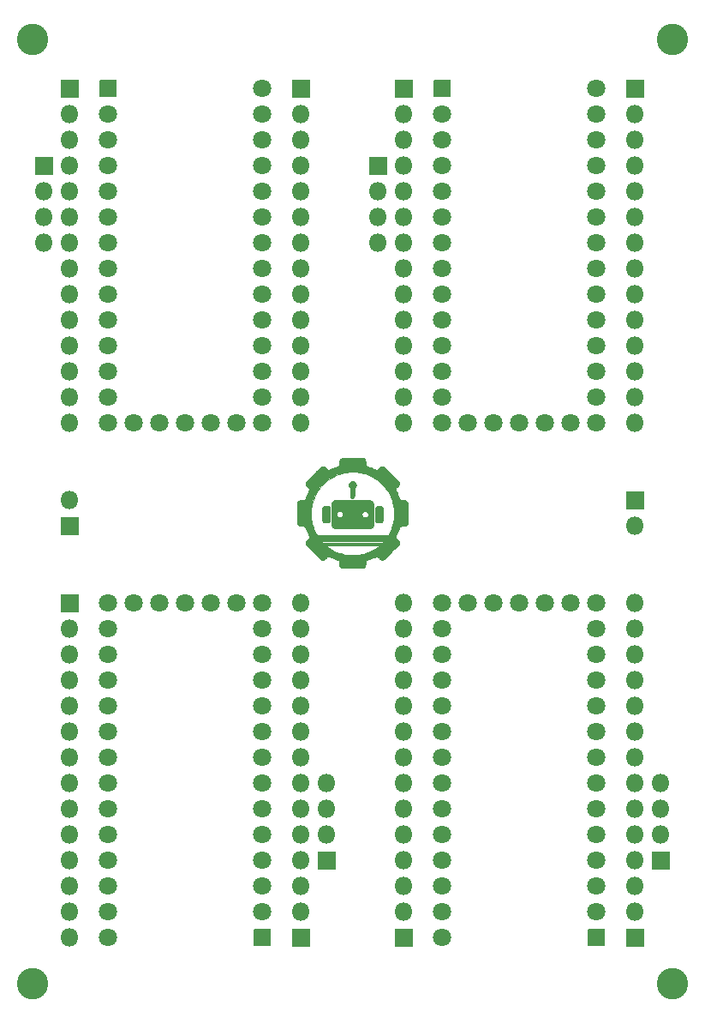
<source format=gbr>
G04 #@! TF.GenerationSoftware,KiCad,Pcbnew,(5.1.7-0-10_14)*
G04 #@! TF.CreationDate,2020-11-01T15:18:42-08:00*
G04 #@! TF.ProjectId,TeensyPCB_oshpark,5465656e-7379-4504-9342-5f6f73687061,rev?*
G04 #@! TF.SameCoordinates,Original*
G04 #@! TF.FileFunction,Soldermask,Bot*
G04 #@! TF.FilePolarity,Negative*
%FSLAX46Y46*%
G04 Gerber Fmt 4.6, Leading zero omitted, Abs format (unit mm)*
G04 Created by KiCad (PCBNEW (5.1.7-0-10_14)) date 2020-11-01 15:18:42*
%MOMM*%
%LPD*%
G01*
G04 APERTURE LIST*
%ADD10C,0.010000*%
%ADD11C,1.801600*%
%ADD12C,3.101599*%
%ADD13O,1.801600X1.801600*%
G04 APERTURE END LIST*
D10*
G36*
X136520906Y-96164448D02*
G01*
X136654130Y-96164459D01*
X136775255Y-96164484D01*
X136884882Y-96164528D01*
X136983612Y-96164600D01*
X137072046Y-96164705D01*
X137150784Y-96164850D01*
X137220428Y-96165043D01*
X137281578Y-96165289D01*
X137334835Y-96165595D01*
X137380801Y-96165969D01*
X137420076Y-96166416D01*
X137453261Y-96166944D01*
X137480957Y-96167559D01*
X137503765Y-96168268D01*
X137522286Y-96169077D01*
X137537121Y-96169994D01*
X137548870Y-96171025D01*
X137558135Y-96172177D01*
X137565517Y-96173456D01*
X137571616Y-96174869D01*
X137576402Y-96176230D01*
X137634115Y-96200238D01*
X137685675Y-96234669D01*
X137729727Y-96278186D01*
X137764917Y-96329453D01*
X137789735Y-96386650D01*
X137793674Y-96399988D01*
X137796854Y-96414108D01*
X137799406Y-96430690D01*
X137801459Y-96451411D01*
X137803144Y-96477951D01*
X137804589Y-96511989D01*
X137805925Y-96555202D01*
X137807282Y-96609270D01*
X137807421Y-96615250D01*
X137808747Y-96669687D01*
X137809999Y-96713057D01*
X137811311Y-96746993D01*
X137812819Y-96773126D01*
X137814656Y-96793087D01*
X137816957Y-96808509D01*
X137819856Y-96821024D01*
X137823489Y-96832262D01*
X137825821Y-96838419D01*
X137847286Y-96882610D01*
X137874121Y-96917073D01*
X137908352Y-96943656D01*
X137952006Y-96964204D01*
X137971137Y-96970704D01*
X138092317Y-97010994D01*
X138220462Y-97058101D01*
X138352677Y-97110833D01*
X138486071Y-97167995D01*
X138617750Y-97228398D01*
X138731581Y-97284128D01*
X138770396Y-97303691D01*
X138799952Y-97318252D01*
X138822318Y-97328552D01*
X138839564Y-97335330D01*
X138853759Y-97339326D01*
X138866973Y-97341277D01*
X138881276Y-97341926D01*
X138893550Y-97342000D01*
X138926202Y-97340592D01*
X138950042Y-97335847D01*
X138963400Y-97330221D01*
X138973430Y-97322861D01*
X138991121Y-97307734D01*
X139015154Y-97286056D01*
X139044212Y-97259043D01*
X139076976Y-97227909D01*
X139112128Y-97193870D01*
X139125325Y-97180932D01*
X139165979Y-97141088D01*
X139199002Y-97109163D01*
X139225692Y-97084040D01*
X139247345Y-97064606D01*
X139265257Y-97049745D01*
X139280727Y-97038343D01*
X139295050Y-97029284D01*
X139309524Y-97021454D01*
X139312650Y-97019888D01*
X139373231Y-96996360D01*
X139434388Y-96985515D01*
X139496020Y-96987355D01*
X139558028Y-97001882D01*
X139592832Y-97015538D01*
X139599118Y-97018427D01*
X139605358Y-97021579D01*
X139611992Y-97025420D01*
X139619459Y-97030373D01*
X139628201Y-97036863D01*
X139638659Y-97045315D01*
X139651272Y-97056153D01*
X139666481Y-97069801D01*
X139684727Y-97086684D01*
X139706450Y-97107226D01*
X139732092Y-97131852D01*
X139762091Y-97160985D01*
X139796890Y-97195052D01*
X139836928Y-97234476D01*
X139882646Y-97279681D01*
X139934484Y-97331092D01*
X139992883Y-97389133D01*
X140058284Y-97454229D01*
X140131128Y-97526805D01*
X140211853Y-97607284D01*
X140300902Y-97696092D01*
X140350007Y-97745070D01*
X140453389Y-97848268D01*
X140549534Y-97944414D01*
X140638289Y-98033350D01*
X140719498Y-98114920D01*
X140793008Y-98188967D01*
X140858665Y-98255334D01*
X140916312Y-98313865D01*
X140965797Y-98364402D01*
X141006965Y-98406789D01*
X141039661Y-98440870D01*
X141063731Y-98466487D01*
X141079020Y-98483484D01*
X141084811Y-98490749D01*
X141108985Y-98531212D01*
X141124838Y-98568180D01*
X141133792Y-98606306D01*
X141137268Y-98650245D01*
X141137449Y-98663125D01*
X141136818Y-98698719D01*
X141134067Y-98730236D01*
X141128382Y-98759099D01*
X141118943Y-98786729D01*
X141104933Y-98814550D01*
X141085537Y-98843983D01*
X141059935Y-98876451D01*
X141027312Y-98913376D01*
X140986849Y-98956182D01*
X140943826Y-99000129D01*
X140901521Y-99043176D01*
X140867447Y-99078668D01*
X140840714Y-99107891D01*
X140820436Y-99132130D01*
X140805723Y-99152670D01*
X140795688Y-99170794D01*
X140789441Y-99187790D01*
X140786094Y-99204940D01*
X140784760Y-99223531D01*
X140784606Y-99230412D01*
X140784783Y-99247520D01*
X140786259Y-99263478D01*
X140789678Y-99280043D01*
X140795683Y-99298971D01*
X140804917Y-99322020D01*
X140818022Y-99350947D01*
X140835641Y-99387507D01*
X140858417Y-99433458D01*
X140860276Y-99437182D01*
X140943846Y-99612348D01*
X141018546Y-99785980D01*
X141086424Y-99963033D01*
X141131653Y-100093694D01*
X141148420Y-100143329D01*
X141162642Y-100182514D01*
X141175398Y-100212969D01*
X141187767Y-100236416D01*
X141200828Y-100254576D01*
X141215661Y-100269171D01*
X141233343Y-100281921D01*
X141254955Y-100294549D01*
X141258925Y-100296713D01*
X141290675Y-100313921D01*
X141493875Y-100317908D01*
X141553024Y-100319173D01*
X141600945Y-100320466D01*
X141639105Y-100321881D01*
X141668976Y-100323510D01*
X141692027Y-100325446D01*
X141709728Y-100327782D01*
X141723550Y-100330609D01*
X141731535Y-100332877D01*
X141791092Y-100358266D01*
X141843440Y-100393757D01*
X141887696Y-100438440D01*
X141922974Y-100491405D01*
X141948389Y-100551739D01*
X141950361Y-100558165D01*
X141951714Y-100563601D01*
X141952944Y-100570757D01*
X141954057Y-100580225D01*
X141955058Y-100592598D01*
X141955952Y-100608467D01*
X141956747Y-100628424D01*
X141957447Y-100653063D01*
X141958059Y-100682974D01*
X141958587Y-100718751D01*
X141959039Y-100760986D01*
X141959420Y-100810270D01*
X141959735Y-100867197D01*
X141959990Y-100932357D01*
X141960192Y-101006344D01*
X141960346Y-101089750D01*
X141960457Y-101183167D01*
X141960533Y-101287187D01*
X141960577Y-101402402D01*
X141960597Y-101529406D01*
X141960600Y-101603175D01*
X141960591Y-101736796D01*
X141960560Y-101858310D01*
X141960502Y-101968308D01*
X141960411Y-102067383D01*
X141960281Y-102156127D01*
X141960106Y-102235131D01*
X141959880Y-102304990D01*
X141959598Y-102366294D01*
X141959253Y-102419635D01*
X141958841Y-102465607D01*
X141958354Y-102504801D01*
X141957788Y-102537810D01*
X141957137Y-102565225D01*
X141956394Y-102587640D01*
X141955554Y-102605645D01*
X141954611Y-102619834D01*
X141953560Y-102630799D01*
X141952394Y-102639131D01*
X141951108Y-102645424D01*
X141950361Y-102648184D01*
X141925833Y-102710147D01*
X141891587Y-102763986D01*
X141847917Y-102809388D01*
X141795120Y-102846040D01*
X141739630Y-102871438D01*
X141728800Y-102875084D01*
X141717285Y-102878055D01*
X141703585Y-102880455D01*
X141686200Y-102882387D01*
X141663632Y-102883956D01*
X141634381Y-102885264D01*
X141596948Y-102886417D01*
X141549834Y-102887518D01*
X141491540Y-102888671D01*
X141490700Y-102888686D01*
X141431091Y-102889853D01*
X141382726Y-102891004D01*
X141344151Y-102892327D01*
X141313913Y-102894008D01*
X141290557Y-102896234D01*
X141272629Y-102899195D01*
X141258675Y-102903075D01*
X141247240Y-102908064D01*
X141236872Y-102914347D01*
X141226115Y-102922113D01*
X141225063Y-102922903D01*
X141210723Y-102934808D01*
X141198294Y-102948251D01*
X141186897Y-102964966D01*
X141175649Y-102986686D01*
X141163671Y-103015144D01*
X141150080Y-103052074D01*
X141133997Y-103099210D01*
X141131243Y-103107482D01*
X141069641Y-103283181D01*
X141003270Y-103452857D01*
X140930300Y-103620941D01*
X140848899Y-103791865D01*
X140846299Y-103797100D01*
X140784732Y-103920925D01*
X140787106Y-103968550D01*
X140790887Y-104003637D01*
X140797978Y-104032549D01*
X140801635Y-104041575D01*
X140809566Y-104053271D01*
X140825578Y-104072749D01*
X140848672Y-104098906D01*
X140877855Y-104130640D01*
X140912131Y-104166847D01*
X140950503Y-104206426D01*
X140950746Y-104206675D01*
X140994415Y-104251528D01*
X141029969Y-104288946D01*
X141058438Y-104320304D01*
X141080849Y-104346981D01*
X141098232Y-104370355D01*
X141111616Y-104391805D01*
X141122028Y-104412706D01*
X141130498Y-104434439D01*
X141137669Y-104457065D01*
X141144949Y-104494971D01*
X141147353Y-104538668D01*
X141144833Y-104582197D01*
X141138972Y-104613910D01*
X141136124Y-104624842D01*
X141133444Y-104634884D01*
X141130519Y-104644482D01*
X141126936Y-104654084D01*
X141122285Y-104664134D01*
X141116152Y-104675080D01*
X141108126Y-104687367D01*
X141097793Y-104701441D01*
X141084744Y-104717750D01*
X141068564Y-104736738D01*
X141048842Y-104758853D01*
X141025165Y-104784541D01*
X140997122Y-104814247D01*
X140964301Y-104848418D01*
X140926288Y-104887500D01*
X140882673Y-104931940D01*
X140833043Y-104982183D01*
X140776985Y-105038676D01*
X140714087Y-105101864D01*
X140643939Y-105172195D01*
X140566126Y-105250115D01*
X140480237Y-105336069D01*
X140385861Y-105430504D01*
X140370435Y-105445941D01*
X140275499Y-105540924D01*
X140189099Y-105627320D01*
X140110809Y-105705543D01*
X140040205Y-105776007D01*
X139976861Y-105839125D01*
X139920354Y-105895311D01*
X139870259Y-105944980D01*
X139826151Y-105988544D01*
X139787605Y-106026417D01*
X139754197Y-106059014D01*
X139725502Y-106086748D01*
X139701095Y-106110033D01*
X139680552Y-106129283D01*
X139663447Y-106144910D01*
X139649357Y-106157331D01*
X139637857Y-106166957D01*
X139628521Y-106174202D01*
X139620926Y-106179482D01*
X139614646Y-106183208D01*
X139612731Y-106184197D01*
X139551283Y-106208866D01*
X139491009Y-106221067D01*
X139431190Y-106220893D01*
X139386591Y-106212799D01*
X139361817Y-106205639D01*
X139338791Y-106196871D01*
X139316147Y-106185493D01*
X139292520Y-106170501D01*
X139266545Y-106150892D01*
X139236859Y-106125664D01*
X139202095Y-106093814D01*
X139160889Y-106054337D01*
X139130509Y-106024610D01*
X139087277Y-105982282D01*
X139051635Y-105948125D01*
X139022259Y-105921265D01*
X138997822Y-105900828D01*
X138977001Y-105885940D01*
X138958469Y-105875728D01*
X138940902Y-105869317D01*
X138922974Y-105865834D01*
X138903361Y-105864405D01*
X138887200Y-105864156D01*
X138839575Y-105864025D01*
X138674475Y-105944412D01*
X138592197Y-105984129D01*
X138518649Y-106018787D01*
X138451402Y-106049390D01*
X138388024Y-106076940D01*
X138326087Y-106102443D01*
X138263161Y-106126899D01*
X138196814Y-106151315D01*
X138124619Y-106176691D01*
X138052686Y-106201164D01*
X138011361Y-106215423D01*
X137972773Y-106229421D01*
X137939015Y-106242343D01*
X137912178Y-106253377D01*
X137894355Y-106261711D01*
X137889697Y-106264458D01*
X137873311Y-106280228D01*
X137855522Y-106304306D01*
X137838634Y-106332853D01*
X137824951Y-106362030D01*
X137817499Y-106384725D01*
X137816170Y-106395813D01*
X137814633Y-106417814D01*
X137812973Y-106448944D01*
X137811274Y-106487419D01*
X137809620Y-106531456D01*
X137808096Y-106579270D01*
X137807759Y-106591100D01*
X137805871Y-106652074D01*
X137803891Y-106701480D01*
X137801741Y-106740449D01*
X137799345Y-106770115D01*
X137796625Y-106791607D01*
X137793504Y-106806059D01*
X137793016Y-106807631D01*
X137768280Y-106866163D01*
X137734258Y-106917173D01*
X137709917Y-106944058D01*
X137682195Y-106969623D01*
X137654590Y-106989730D01*
X137623024Y-107006918D01*
X137583420Y-107023722D01*
X137579405Y-107025270D01*
X137544175Y-107038775D01*
X136547225Y-107039633D01*
X136434991Y-107039695D01*
X136325792Y-107039689D01*
X136220345Y-107039617D01*
X136119366Y-107039482D01*
X136023571Y-107039288D01*
X135933676Y-107039038D01*
X135850398Y-107038735D01*
X135774454Y-107038382D01*
X135706559Y-107037982D01*
X135647430Y-107037538D01*
X135597784Y-107037054D01*
X135558336Y-107036532D01*
X135529804Y-107035976D01*
X135512903Y-107035389D01*
X135509077Y-107035090D01*
X135460777Y-107023144D01*
X135411938Y-107001012D01*
X135365444Y-106970740D01*
X135324177Y-106934372D01*
X135291017Y-106893955D01*
X135277158Y-106870500D01*
X135267656Y-106851008D01*
X135259963Y-106832737D01*
X135253837Y-106814000D01*
X135249041Y-106793106D01*
X135245333Y-106768368D01*
X135242474Y-106738095D01*
X135240225Y-106700600D01*
X135238346Y-106654193D01*
X135236597Y-106597185D01*
X135236166Y-106581575D01*
X135234288Y-106519629D01*
X135232196Y-106468855D01*
X135229635Y-106427721D01*
X135226351Y-106394700D01*
X135222091Y-106368261D01*
X135216601Y-106346875D01*
X135209626Y-106329013D01*
X135200914Y-106313146D01*
X135190209Y-106297744D01*
X135188708Y-106295762D01*
X135178705Y-106283944D01*
X135167043Y-106273401D01*
X135152158Y-106263377D01*
X135132487Y-106253110D01*
X135106465Y-106241843D01*
X135072528Y-106228815D01*
X135029113Y-106213267D01*
X134992943Y-106200718D01*
X134911495Y-106172364D01*
X134838877Y-106146290D01*
X134772547Y-106121441D01*
X134709960Y-106096759D01*
X134648573Y-106071190D01*
X134585843Y-106043679D01*
X134519225Y-106013169D01*
X134446177Y-105978606D01*
X134375664Y-105944537D01*
X134327261Y-105921066D01*
X134288663Y-105902615D01*
X134258302Y-105888561D01*
X134234606Y-105878276D01*
X134216007Y-105871137D01*
X134200935Y-105866517D01*
X134187820Y-105863791D01*
X134175092Y-105862333D01*
X134168190Y-105861874D01*
X134147052Y-105861283D01*
X134128038Y-105862619D01*
X134109894Y-105866706D01*
X134091365Y-105874370D01*
X134071196Y-105886438D01*
X134048134Y-105903734D01*
X134020924Y-105927085D01*
X133988312Y-105957317D01*
X133949044Y-105995255D01*
X133915537Y-106028209D01*
X133870630Y-106072226D01*
X133833136Y-106108055D01*
X133801717Y-106136713D01*
X133775036Y-106159215D01*
X133751755Y-106176579D01*
X133730536Y-106189821D01*
X133710043Y-106199957D01*
X133688937Y-106208003D01*
X133672087Y-106213225D01*
X133638732Y-106219828D01*
X133599195Y-106223130D01*
X133558733Y-106223030D01*
X133522606Y-106219428D01*
X133508115Y-106216363D01*
X133488312Y-106209646D01*
X133462760Y-106199048D01*
X133436838Y-106186807D01*
X133435725Y-106186241D01*
X133429394Y-106182785D01*
X133422404Y-106178408D01*
X133414321Y-106172686D01*
X133404708Y-106165198D01*
X133393129Y-106155520D01*
X133379151Y-106143229D01*
X133362336Y-106127903D01*
X133342249Y-106109119D01*
X133318455Y-106086454D01*
X133290519Y-106059485D01*
X133258004Y-106027789D01*
X133220475Y-105990944D01*
X133177497Y-105948527D01*
X133128635Y-105900115D01*
X133073452Y-105845285D01*
X133011513Y-105783614D01*
X132942383Y-105714680D01*
X132865626Y-105638059D01*
X132780806Y-105553329D01*
X132687489Y-105460067D01*
X132679235Y-105451817D01*
X132583557Y-105356187D01*
X132496435Y-105269101D01*
X132417454Y-105190108D01*
X132346203Y-105118760D01*
X132282267Y-105054606D01*
X132225234Y-104997198D01*
X132174691Y-104946086D01*
X132130225Y-104900821D01*
X132091423Y-104860952D01*
X132057872Y-104826032D01*
X132033313Y-104800011D01*
X133883400Y-104800011D01*
X133888454Y-104807070D01*
X133902826Y-104820396D01*
X133925328Y-104839117D01*
X133954773Y-104862361D01*
X133989975Y-104889256D01*
X134029745Y-104918933D01*
X134072897Y-104950518D01*
X134118244Y-104983141D01*
X134164598Y-105015930D01*
X134210773Y-105048015D01*
X134255581Y-105078522D01*
X134297835Y-105106582D01*
X134324725Y-105123961D01*
X134521998Y-105242563D01*
X134723223Y-105349349D01*
X134928110Y-105444217D01*
X135136372Y-105527067D01*
X135347722Y-105597799D01*
X135561870Y-105656311D01*
X135778530Y-105702504D01*
X135997413Y-105736277D01*
X136115425Y-105749220D01*
X136152963Y-105752734D01*
X136185301Y-105755640D01*
X136214126Y-105757987D01*
X136241130Y-105759824D01*
X136268001Y-105761202D01*
X136296429Y-105762169D01*
X136328104Y-105762774D01*
X136364715Y-105763068D01*
X136407953Y-105763100D01*
X136459506Y-105762919D01*
X136521065Y-105762574D01*
X136563100Y-105762311D01*
X136631817Y-105761804D01*
X136689839Y-105761168D01*
X136739168Y-105760314D01*
X136781809Y-105759156D01*
X136819766Y-105757605D01*
X136855041Y-105755574D01*
X136889640Y-105752974D01*
X136925565Y-105749718D01*
X136964821Y-105745718D01*
X136980843Y-105744005D01*
X137204561Y-105714435D01*
X137421131Y-105674669D01*
X137631304Y-105624452D01*
X137835834Y-105563530D01*
X138035473Y-105491651D01*
X138230975Y-105408559D01*
X138423090Y-105314001D01*
X138612573Y-105207724D01*
X138664950Y-105176022D01*
X138726182Y-105137712D01*
X138784569Y-105099716D01*
X138841848Y-105060771D01*
X138899756Y-105019615D01*
X138960031Y-104974986D01*
X139024410Y-104925622D01*
X139094630Y-104870261D01*
X139172428Y-104807642D01*
X139175310Y-104805303D01*
X139175995Y-104804398D01*
X139175522Y-104803544D01*
X139173535Y-104802740D01*
X139169680Y-104801983D01*
X139163600Y-104801273D01*
X139154941Y-104800608D01*
X139143349Y-104799986D01*
X139128467Y-104799407D01*
X139109942Y-104798868D01*
X139087418Y-104798368D01*
X139060539Y-104797905D01*
X139028952Y-104797478D01*
X138992301Y-104797087D01*
X138950231Y-104796728D01*
X138902387Y-104796400D01*
X138848414Y-104796103D01*
X138787956Y-104795834D01*
X138720660Y-104795592D01*
X138646170Y-104795376D01*
X138564131Y-104795184D01*
X138474188Y-104795015D01*
X138375985Y-104794866D01*
X138269169Y-104794737D01*
X138153383Y-104794627D01*
X138028274Y-104794532D01*
X137893485Y-104794453D01*
X137748662Y-104794388D01*
X137593451Y-104794335D01*
X137427495Y-104794292D01*
X137250439Y-104794258D01*
X137061930Y-104794232D01*
X136861612Y-104794212D01*
X136649129Y-104794197D01*
X136536112Y-104794191D01*
X136313055Y-104794193D01*
X136098372Y-104794224D01*
X135892269Y-104794283D01*
X135694955Y-104794369D01*
X135506639Y-104794483D01*
X135327529Y-104794623D01*
X135157833Y-104794790D01*
X134997759Y-104794982D01*
X134847516Y-104795200D01*
X134707312Y-104795442D01*
X134577356Y-104795709D01*
X134457854Y-104796000D01*
X134349017Y-104796314D01*
X134251052Y-104796652D01*
X134164167Y-104797012D01*
X134088571Y-104797394D01*
X134024471Y-104797798D01*
X133972077Y-104798223D01*
X133931596Y-104798668D01*
X133903237Y-104799134D01*
X133887209Y-104799620D01*
X133883400Y-104800011D01*
X132033313Y-104800011D01*
X132029159Y-104795610D01*
X132004870Y-104769236D01*
X131984594Y-104746463D01*
X131967916Y-104726839D01*
X131954424Y-104709916D01*
X131943705Y-104695244D01*
X131935346Y-104682374D01*
X131928934Y-104670857D01*
X131924056Y-104660243D01*
X131920298Y-104650082D01*
X131917248Y-104639925D01*
X131914493Y-104629323D01*
X131911620Y-104617827D01*
X131911162Y-104616032D01*
X131904420Y-104573883D01*
X131903487Y-104526840D01*
X131908105Y-104480123D01*
X131918012Y-104438949D01*
X131920283Y-104432669D01*
X131929312Y-104411444D01*
X131940269Y-104390615D01*
X131950303Y-104374950D01*
X133450532Y-104374950D01*
X133469852Y-104398762D01*
X133481118Y-104411808D01*
X133499102Y-104431664D01*
X133521682Y-104456027D01*
X133546733Y-104482591D01*
X133557698Y-104494077D01*
X133626225Y-104565580D01*
X139449175Y-104565568D01*
X139515850Y-104497104D01*
X139541361Y-104470561D01*
X139565510Y-104444814D01*
X139586017Y-104422334D01*
X139600604Y-104405593D01*
X139603696Y-104401794D01*
X139624867Y-104374949D01*
X136537700Y-104374950D01*
X133450532Y-104374950D01*
X131950303Y-104374950D01*
X131954184Y-104368892D01*
X131972090Y-104344984D01*
X131995018Y-104317601D01*
X132023999Y-104285453D01*
X132060065Y-104247249D01*
X132104247Y-104201699D01*
X132107830Y-104198040D01*
X132145337Y-104159642D01*
X132174939Y-104128980D01*
X132197691Y-104104788D01*
X132214646Y-104085800D01*
X132226859Y-104070751D01*
X132235384Y-104058376D01*
X132241275Y-104047408D01*
X132245586Y-104036583D01*
X132247699Y-104030124D01*
X132256372Y-103986303D01*
X132256696Y-103950749D01*
X132255567Y-103937331D01*
X132253418Y-103924178D01*
X132249626Y-103909684D01*
X132243567Y-103892245D01*
X132234618Y-103870257D01*
X132222156Y-103842116D01*
X132205557Y-103806216D01*
X132184196Y-103760954D01*
X132177237Y-103746300D01*
X132130072Y-103645667D01*
X132088230Y-103553180D01*
X132050575Y-103466047D01*
X132015969Y-103381479D01*
X131983274Y-103296688D01*
X131951355Y-103208884D01*
X131919072Y-103115277D01*
X131914941Y-103102988D01*
X131900619Y-103060797D01*
X131889177Y-103028691D01*
X131879698Y-103004638D01*
X131871268Y-102986605D01*
X131862971Y-102972557D01*
X131853891Y-102960461D01*
X131847458Y-102953038D01*
X131821977Y-102929592D01*
X131793467Y-102910866D01*
X131786499Y-102907451D01*
X131776919Y-102903329D01*
X131767467Y-102900003D01*
X131756651Y-102897360D01*
X131742984Y-102895285D01*
X131724973Y-102893664D01*
X131701131Y-102892383D01*
X131669966Y-102891327D01*
X131629989Y-102890383D01*
X131579710Y-102889436D01*
X131543425Y-102888809D01*
X131483605Y-102887754D01*
X131434883Y-102886678D01*
X131395657Y-102885343D01*
X131364326Y-102883513D01*
X131339288Y-102880952D01*
X131318943Y-102877421D01*
X131301689Y-102872685D01*
X131285925Y-102866507D01*
X131270051Y-102858651D01*
X131252464Y-102848879D01*
X131245181Y-102844717D01*
X131216789Y-102824841D01*
X131186500Y-102797739D01*
X131158359Y-102767409D01*
X131136408Y-102737852D01*
X131135277Y-102736028D01*
X131125682Y-102717948D01*
X131114538Y-102693499D01*
X131105353Y-102670795D01*
X131089399Y-102628410D01*
X131089468Y-101607792D01*
X131089468Y-101606350D01*
X132421095Y-101606350D01*
X132422132Y-101723157D01*
X132424988Y-101830178D01*
X132429865Y-101930224D01*
X132436967Y-102026103D01*
X132446495Y-102120628D01*
X132458652Y-102216607D01*
X132471105Y-102300805D01*
X132504753Y-102489872D01*
X132545587Y-102671263D01*
X132594442Y-102847746D01*
X132652150Y-103022093D01*
X132719544Y-103197071D01*
X132788436Y-103355775D01*
X132809367Y-103400597D01*
X132832782Y-103448861D01*
X132857906Y-103499134D01*
X132883968Y-103549982D01*
X132910192Y-103599971D01*
X132935807Y-103647669D01*
X132960039Y-103691640D01*
X132982114Y-103730453D01*
X133001259Y-103762674D01*
X133016701Y-103786869D01*
X133027666Y-103801604D01*
X133030458Y-103804392D01*
X133032788Y-103805397D01*
X133037493Y-103806356D01*
X133044858Y-103807272D01*
X133055166Y-103808146D01*
X133068702Y-103808978D01*
X133085749Y-103809770D01*
X133106593Y-103810524D01*
X133131516Y-103811239D01*
X133160803Y-103811919D01*
X133194738Y-103812562D01*
X133233606Y-103813172D01*
X133277691Y-103813749D01*
X133327276Y-103814294D01*
X133382645Y-103814809D01*
X133444084Y-103815294D01*
X133511875Y-103815751D01*
X133586304Y-103816181D01*
X133667654Y-103816585D01*
X133756210Y-103816965D01*
X133852255Y-103817321D01*
X133956073Y-103817655D01*
X134067950Y-103817968D01*
X134188168Y-103818261D01*
X134317012Y-103818536D01*
X134454767Y-103818793D01*
X134601716Y-103819034D01*
X134758144Y-103819259D01*
X134924334Y-103819471D01*
X135100570Y-103819670D01*
X135287138Y-103819857D01*
X135484321Y-103820034D01*
X135692403Y-103820202D01*
X135911668Y-103820362D01*
X136142400Y-103820516D01*
X136384884Y-103820663D01*
X136639404Y-103820806D01*
X136906243Y-103820946D01*
X136999308Y-103820993D01*
X140023141Y-103822500D01*
X140038987Y-103808212D01*
X140049724Y-103795370D01*
X140065157Y-103772461D01*
X140084537Y-103740890D01*
X140107115Y-103702063D01*
X140132140Y-103657386D01*
X140158864Y-103608265D01*
X140186538Y-103556106D01*
X140214412Y-103502314D01*
X140241737Y-103448296D01*
X140267764Y-103395458D01*
X140291743Y-103345205D01*
X140312925Y-103298942D01*
X140324429Y-103272636D01*
X140373070Y-103152030D01*
X140419746Y-103022934D01*
X140463611Y-102888303D01*
X140503816Y-102751090D01*
X140539514Y-102614250D01*
X140569856Y-102480737D01*
X140593995Y-102353506D01*
X140601274Y-102308025D01*
X140617636Y-102193333D01*
X140630509Y-102087790D01*
X140640105Y-101988395D01*
X140646636Y-101892146D01*
X140650314Y-101796043D01*
X140651352Y-101697086D01*
X140650401Y-101612700D01*
X140646035Y-101471575D01*
X140638485Y-101338923D01*
X140627399Y-101210834D01*
X140612427Y-101083403D01*
X140593217Y-100952719D01*
X140588483Y-100923725D01*
X140549848Y-100726644D01*
X140499381Y-100528314D01*
X140437671Y-100330144D01*
X140365306Y-100133541D01*
X140282874Y-99939913D01*
X140190961Y-99750670D01*
X140090157Y-99567218D01*
X139981049Y-99390967D01*
X139898018Y-99269788D01*
X139760725Y-99088308D01*
X139614557Y-98915249D01*
X139459981Y-98750936D01*
X139297462Y-98595697D01*
X139127465Y-98449860D01*
X138950458Y-98313751D01*
X138766904Y-98187697D01*
X138577270Y-98072026D01*
X138382022Y-97967064D01*
X138181626Y-97873139D01*
X137976547Y-97790578D01*
X137767251Y-97719708D01*
X137637570Y-97682320D01*
X137519342Y-97651462D01*
X137410134Y-97625213D01*
X137307313Y-97603135D01*
X137208246Y-97584788D01*
X137110300Y-97569735D01*
X137010841Y-97557536D01*
X136907237Y-97547753D01*
X136796854Y-97539947D01*
X136775576Y-97538690D01*
X136682920Y-97534201D01*
X136594718Y-97531786D01*
X136507741Y-97531482D01*
X136418757Y-97533327D01*
X136324538Y-97537358D01*
X136221852Y-97543615D01*
X136194800Y-97545509D01*
X136134659Y-97550098D01*
X136079761Y-97554998D01*
X136027905Y-97560535D01*
X135976892Y-97567037D01*
X135924520Y-97574831D01*
X135868590Y-97584245D01*
X135806901Y-97595606D01*
X135737254Y-97609241D01*
X135657507Y-97625467D01*
X135446973Y-97675293D01*
X135238496Y-97737455D01*
X135032656Y-97811674D01*
X134830034Y-97897672D01*
X134631211Y-97995170D01*
X134436769Y-98103890D01*
X134247287Y-98223553D01*
X134063348Y-98353882D01*
X133943725Y-98446847D01*
X133772428Y-98593003D01*
X133609908Y-98748111D01*
X133456452Y-98911680D01*
X133312347Y-99083217D01*
X133177879Y-99262231D01*
X133053335Y-99448229D01*
X132939002Y-99640718D01*
X132835166Y-99839208D01*
X132742114Y-100043205D01*
X132660133Y-100252219D01*
X132589508Y-100465756D01*
X132530528Y-100683325D01*
X132483478Y-100904433D01*
X132471210Y-100974525D01*
X132454059Y-101086095D01*
X132440837Y-101191906D01*
X132431242Y-101295767D01*
X132424972Y-101401487D01*
X132421724Y-101512875D01*
X132421095Y-101606350D01*
X131089468Y-101606350D01*
X131089468Y-101473036D01*
X131089460Y-101350376D01*
X131089466Y-101239206D01*
X131089505Y-101138922D01*
X131089597Y-101048919D01*
X131089761Y-100968593D01*
X131090019Y-100897339D01*
X131090388Y-100834552D01*
X131090891Y-100779627D01*
X131091546Y-100731960D01*
X131092373Y-100690947D01*
X131093392Y-100655981D01*
X131094624Y-100626460D01*
X131096088Y-100601778D01*
X131097803Y-100581330D01*
X131099791Y-100564511D01*
X131102070Y-100550718D01*
X131104661Y-100539345D01*
X131107583Y-100529788D01*
X131110857Y-100521441D01*
X131114502Y-100513701D01*
X131118538Y-100505963D01*
X131122986Y-100497621D01*
X131126214Y-100491379D01*
X131158118Y-100440336D01*
X131197957Y-100398376D01*
X131246692Y-100364681D01*
X131305288Y-100338433D01*
X131306800Y-100337896D01*
X131320120Y-100333340D01*
X131332564Y-100329685D01*
X131345755Y-100326797D01*
X131361319Y-100324543D01*
X131380879Y-100322789D01*
X131406059Y-100321403D01*
X131438483Y-100320252D01*
X131479776Y-100319201D01*
X131531562Y-100318118D01*
X131552950Y-100317697D01*
X131752975Y-100313789D01*
X131785127Y-100296987D01*
X131815592Y-100276734D01*
X131844223Y-100250105D01*
X131866658Y-100221384D01*
X131872397Y-100211316D01*
X131878176Y-100197769D01*
X131886484Y-100175644D01*
X131896025Y-100148472D01*
X131902211Y-100129975D01*
X131972848Y-99928098D01*
X132051307Y-99729382D01*
X132136289Y-99536966D01*
X132209283Y-99387357D01*
X132260975Y-99286090D01*
X132260823Y-99234957D01*
X132259567Y-99202516D01*
X132255633Y-99179054D01*
X132248752Y-99161600D01*
X132241409Y-99151627D01*
X132226291Y-99133967D01*
X132204597Y-99109920D01*
X132177526Y-99080785D01*
X132146276Y-99047861D01*
X132112046Y-99012449D01*
X132096434Y-98996500D01*
X132054711Y-98953811D01*
X132021102Y-98918839D01*
X131994611Y-98890448D01*
X131974243Y-98867504D01*
X131959003Y-98848873D01*
X131947895Y-98833420D01*
X131939924Y-98820012D01*
X131937659Y-98815525D01*
X131917257Y-98765964D01*
X131905909Y-98719006D01*
X131902430Y-98669740D01*
X131902430Y-98669475D01*
X131904829Y-98624237D01*
X131912777Y-98584262D01*
X131927667Y-98543517D01*
X131935423Y-98526600D01*
X131938516Y-98520664D01*
X131942611Y-98513984D01*
X131948128Y-98506125D01*
X131955489Y-98496655D01*
X131965111Y-98485141D01*
X131977417Y-98471149D01*
X131992825Y-98454247D01*
X132011756Y-98434000D01*
X132034629Y-98409976D01*
X132061865Y-98381743D01*
X132093884Y-98348865D01*
X132131105Y-98310911D01*
X132173950Y-98267448D01*
X132222837Y-98218041D01*
X132278186Y-98162258D01*
X132340419Y-98099666D01*
X132409954Y-98029832D01*
X132487212Y-97952322D01*
X132572613Y-97866703D01*
X132666577Y-97772543D01*
X132666875Y-97772244D01*
X132746558Y-97692473D01*
X132824131Y-97614947D01*
X132899088Y-97540164D01*
X132970926Y-97468621D01*
X133039140Y-97400817D01*
X133103227Y-97337249D01*
X133162681Y-97278416D01*
X133216998Y-97224815D01*
X133265674Y-97176944D01*
X133308206Y-97135302D01*
X133344088Y-97100386D01*
X133372816Y-97072694D01*
X133393887Y-97052724D01*
X133406795Y-97040974D01*
X133410325Y-97038134D01*
X133452931Y-97013493D01*
X133494621Y-96997713D01*
X133539861Y-96989472D01*
X133581775Y-96987418D01*
X133617368Y-96988118D01*
X133649226Y-96991224D01*
X133678751Y-96997545D01*
X133707347Y-97007893D01*
X133736416Y-97023077D01*
X133767362Y-97043908D01*
X133801588Y-97071196D01*
X133840498Y-97105752D01*
X133885495Y-97148386D01*
X133921500Y-97183602D01*
X133959021Y-97220116D01*
X133993557Y-97252754D01*
X134023844Y-97280378D01*
X134048620Y-97301855D01*
X134066624Y-97316048D01*
X134073900Y-97320727D01*
X134091569Y-97328649D01*
X134109938Y-97333276D01*
X134133358Y-97335403D01*
X134156695Y-97335835D01*
X134210916Y-97335975D01*
X134369420Y-97258732D01*
X134457376Y-97216378D01*
X134537614Y-97178946D01*
X134613129Y-97145184D01*
X134686918Y-97113843D01*
X134761980Y-97083672D01*
X134841311Y-97053421D01*
X134927908Y-97021840D01*
X134990312Y-96999726D01*
X135038697Y-96982429D01*
X135076803Y-96967938D01*
X135106488Y-96955326D01*
X135129611Y-96943663D01*
X135148031Y-96932019D01*
X135163605Y-96919467D01*
X135176887Y-96906454D01*
X135191845Y-96888572D01*
X135204139Y-96868404D01*
X135214007Y-96844600D01*
X135221690Y-96815806D01*
X135227426Y-96780673D01*
X135231454Y-96737847D01*
X135234014Y-96685977D01*
X135235346Y-96623711D01*
X135235673Y-96574380D01*
X135236389Y-96518480D01*
X135238494Y-96472937D01*
X135242346Y-96435448D01*
X135248307Y-96403711D01*
X135256735Y-96375425D01*
X135267991Y-96348288D01*
X135272471Y-96339025D01*
X135303256Y-96290485D01*
X135343682Y-96246987D01*
X135391089Y-96210796D01*
X135442815Y-96184178D01*
X135462679Y-96177158D01*
X135468283Y-96175490D01*
X135474185Y-96173973D01*
X135480987Y-96172602D01*
X135489294Y-96171368D01*
X135499709Y-96170265D01*
X135512834Y-96169285D01*
X135529273Y-96168421D01*
X135549630Y-96167666D01*
X135574507Y-96167012D01*
X135604509Y-96166452D01*
X135640238Y-96165980D01*
X135682297Y-96165587D01*
X135731291Y-96165267D01*
X135787822Y-96165012D01*
X135852493Y-96164815D01*
X135925909Y-96164669D01*
X136008672Y-96164566D01*
X136101385Y-96164499D01*
X136204652Y-96164462D01*
X136319076Y-96164446D01*
X136445261Y-96164445D01*
X136520906Y-96164448D01*
G37*
X136520906Y-96164448D02*
X136654130Y-96164459D01*
X136775255Y-96164484D01*
X136884882Y-96164528D01*
X136983612Y-96164600D01*
X137072046Y-96164705D01*
X137150784Y-96164850D01*
X137220428Y-96165043D01*
X137281578Y-96165289D01*
X137334835Y-96165595D01*
X137380801Y-96165969D01*
X137420076Y-96166416D01*
X137453261Y-96166944D01*
X137480957Y-96167559D01*
X137503765Y-96168268D01*
X137522286Y-96169077D01*
X137537121Y-96169994D01*
X137548870Y-96171025D01*
X137558135Y-96172177D01*
X137565517Y-96173456D01*
X137571616Y-96174869D01*
X137576402Y-96176230D01*
X137634115Y-96200238D01*
X137685675Y-96234669D01*
X137729727Y-96278186D01*
X137764917Y-96329453D01*
X137789735Y-96386650D01*
X137793674Y-96399988D01*
X137796854Y-96414108D01*
X137799406Y-96430690D01*
X137801459Y-96451411D01*
X137803144Y-96477951D01*
X137804589Y-96511989D01*
X137805925Y-96555202D01*
X137807282Y-96609270D01*
X137807421Y-96615250D01*
X137808747Y-96669687D01*
X137809999Y-96713057D01*
X137811311Y-96746993D01*
X137812819Y-96773126D01*
X137814656Y-96793087D01*
X137816957Y-96808509D01*
X137819856Y-96821024D01*
X137823489Y-96832262D01*
X137825821Y-96838419D01*
X137847286Y-96882610D01*
X137874121Y-96917073D01*
X137908352Y-96943656D01*
X137952006Y-96964204D01*
X137971137Y-96970704D01*
X138092317Y-97010994D01*
X138220462Y-97058101D01*
X138352677Y-97110833D01*
X138486071Y-97167995D01*
X138617750Y-97228398D01*
X138731581Y-97284128D01*
X138770396Y-97303691D01*
X138799952Y-97318252D01*
X138822318Y-97328552D01*
X138839564Y-97335330D01*
X138853759Y-97339326D01*
X138866973Y-97341277D01*
X138881276Y-97341926D01*
X138893550Y-97342000D01*
X138926202Y-97340592D01*
X138950042Y-97335847D01*
X138963400Y-97330221D01*
X138973430Y-97322861D01*
X138991121Y-97307734D01*
X139015154Y-97286056D01*
X139044212Y-97259043D01*
X139076976Y-97227909D01*
X139112128Y-97193870D01*
X139125325Y-97180932D01*
X139165979Y-97141088D01*
X139199002Y-97109163D01*
X139225692Y-97084040D01*
X139247345Y-97064606D01*
X139265257Y-97049745D01*
X139280727Y-97038343D01*
X139295050Y-97029284D01*
X139309524Y-97021454D01*
X139312650Y-97019888D01*
X139373231Y-96996360D01*
X139434388Y-96985515D01*
X139496020Y-96987355D01*
X139558028Y-97001882D01*
X139592832Y-97015538D01*
X139599118Y-97018427D01*
X139605358Y-97021579D01*
X139611992Y-97025420D01*
X139619459Y-97030373D01*
X139628201Y-97036863D01*
X139638659Y-97045315D01*
X139651272Y-97056153D01*
X139666481Y-97069801D01*
X139684727Y-97086684D01*
X139706450Y-97107226D01*
X139732092Y-97131852D01*
X139762091Y-97160985D01*
X139796890Y-97195052D01*
X139836928Y-97234476D01*
X139882646Y-97279681D01*
X139934484Y-97331092D01*
X139992883Y-97389133D01*
X140058284Y-97454229D01*
X140131128Y-97526805D01*
X140211853Y-97607284D01*
X140300902Y-97696092D01*
X140350007Y-97745070D01*
X140453389Y-97848268D01*
X140549534Y-97944414D01*
X140638289Y-98033350D01*
X140719498Y-98114920D01*
X140793008Y-98188967D01*
X140858665Y-98255334D01*
X140916312Y-98313865D01*
X140965797Y-98364402D01*
X141006965Y-98406789D01*
X141039661Y-98440870D01*
X141063731Y-98466487D01*
X141079020Y-98483484D01*
X141084811Y-98490749D01*
X141108985Y-98531212D01*
X141124838Y-98568180D01*
X141133792Y-98606306D01*
X141137268Y-98650245D01*
X141137449Y-98663125D01*
X141136818Y-98698719D01*
X141134067Y-98730236D01*
X141128382Y-98759099D01*
X141118943Y-98786729D01*
X141104933Y-98814550D01*
X141085537Y-98843983D01*
X141059935Y-98876451D01*
X141027312Y-98913376D01*
X140986849Y-98956182D01*
X140943826Y-99000129D01*
X140901521Y-99043176D01*
X140867447Y-99078668D01*
X140840714Y-99107891D01*
X140820436Y-99132130D01*
X140805723Y-99152670D01*
X140795688Y-99170794D01*
X140789441Y-99187790D01*
X140786094Y-99204940D01*
X140784760Y-99223531D01*
X140784606Y-99230412D01*
X140784783Y-99247520D01*
X140786259Y-99263478D01*
X140789678Y-99280043D01*
X140795683Y-99298971D01*
X140804917Y-99322020D01*
X140818022Y-99350947D01*
X140835641Y-99387507D01*
X140858417Y-99433458D01*
X140860276Y-99437182D01*
X140943846Y-99612348D01*
X141018546Y-99785980D01*
X141086424Y-99963033D01*
X141131653Y-100093694D01*
X141148420Y-100143329D01*
X141162642Y-100182514D01*
X141175398Y-100212969D01*
X141187767Y-100236416D01*
X141200828Y-100254576D01*
X141215661Y-100269171D01*
X141233343Y-100281921D01*
X141254955Y-100294549D01*
X141258925Y-100296713D01*
X141290675Y-100313921D01*
X141493875Y-100317908D01*
X141553024Y-100319173D01*
X141600945Y-100320466D01*
X141639105Y-100321881D01*
X141668976Y-100323510D01*
X141692027Y-100325446D01*
X141709728Y-100327782D01*
X141723550Y-100330609D01*
X141731535Y-100332877D01*
X141791092Y-100358266D01*
X141843440Y-100393757D01*
X141887696Y-100438440D01*
X141922974Y-100491405D01*
X141948389Y-100551739D01*
X141950361Y-100558165D01*
X141951714Y-100563601D01*
X141952944Y-100570757D01*
X141954057Y-100580225D01*
X141955058Y-100592598D01*
X141955952Y-100608467D01*
X141956747Y-100628424D01*
X141957447Y-100653063D01*
X141958059Y-100682974D01*
X141958587Y-100718751D01*
X141959039Y-100760986D01*
X141959420Y-100810270D01*
X141959735Y-100867197D01*
X141959990Y-100932357D01*
X141960192Y-101006344D01*
X141960346Y-101089750D01*
X141960457Y-101183167D01*
X141960533Y-101287187D01*
X141960577Y-101402402D01*
X141960597Y-101529406D01*
X141960600Y-101603175D01*
X141960591Y-101736796D01*
X141960560Y-101858310D01*
X141960502Y-101968308D01*
X141960411Y-102067383D01*
X141960281Y-102156127D01*
X141960106Y-102235131D01*
X141959880Y-102304990D01*
X141959598Y-102366294D01*
X141959253Y-102419635D01*
X141958841Y-102465607D01*
X141958354Y-102504801D01*
X141957788Y-102537810D01*
X141957137Y-102565225D01*
X141956394Y-102587640D01*
X141955554Y-102605645D01*
X141954611Y-102619834D01*
X141953560Y-102630799D01*
X141952394Y-102639131D01*
X141951108Y-102645424D01*
X141950361Y-102648184D01*
X141925833Y-102710147D01*
X141891587Y-102763986D01*
X141847917Y-102809388D01*
X141795120Y-102846040D01*
X141739630Y-102871438D01*
X141728800Y-102875084D01*
X141717285Y-102878055D01*
X141703585Y-102880455D01*
X141686200Y-102882387D01*
X141663632Y-102883956D01*
X141634381Y-102885264D01*
X141596948Y-102886417D01*
X141549834Y-102887518D01*
X141491540Y-102888671D01*
X141490700Y-102888686D01*
X141431091Y-102889853D01*
X141382726Y-102891004D01*
X141344151Y-102892327D01*
X141313913Y-102894008D01*
X141290557Y-102896234D01*
X141272629Y-102899195D01*
X141258675Y-102903075D01*
X141247240Y-102908064D01*
X141236872Y-102914347D01*
X141226115Y-102922113D01*
X141225063Y-102922903D01*
X141210723Y-102934808D01*
X141198294Y-102948251D01*
X141186897Y-102964966D01*
X141175649Y-102986686D01*
X141163671Y-103015144D01*
X141150080Y-103052074D01*
X141133997Y-103099210D01*
X141131243Y-103107482D01*
X141069641Y-103283181D01*
X141003270Y-103452857D01*
X140930300Y-103620941D01*
X140848899Y-103791865D01*
X140846299Y-103797100D01*
X140784732Y-103920925D01*
X140787106Y-103968550D01*
X140790887Y-104003637D01*
X140797978Y-104032549D01*
X140801635Y-104041575D01*
X140809566Y-104053271D01*
X140825578Y-104072749D01*
X140848672Y-104098906D01*
X140877855Y-104130640D01*
X140912131Y-104166847D01*
X140950503Y-104206426D01*
X140950746Y-104206675D01*
X140994415Y-104251528D01*
X141029969Y-104288946D01*
X141058438Y-104320304D01*
X141080849Y-104346981D01*
X141098232Y-104370355D01*
X141111616Y-104391805D01*
X141122028Y-104412706D01*
X141130498Y-104434439D01*
X141137669Y-104457065D01*
X141144949Y-104494971D01*
X141147353Y-104538668D01*
X141144833Y-104582197D01*
X141138972Y-104613910D01*
X141136124Y-104624842D01*
X141133444Y-104634884D01*
X141130519Y-104644482D01*
X141126936Y-104654084D01*
X141122285Y-104664134D01*
X141116152Y-104675080D01*
X141108126Y-104687367D01*
X141097793Y-104701441D01*
X141084744Y-104717750D01*
X141068564Y-104736738D01*
X141048842Y-104758853D01*
X141025165Y-104784541D01*
X140997122Y-104814247D01*
X140964301Y-104848418D01*
X140926288Y-104887500D01*
X140882673Y-104931940D01*
X140833043Y-104982183D01*
X140776985Y-105038676D01*
X140714087Y-105101864D01*
X140643939Y-105172195D01*
X140566126Y-105250115D01*
X140480237Y-105336069D01*
X140385861Y-105430504D01*
X140370435Y-105445941D01*
X140275499Y-105540924D01*
X140189099Y-105627320D01*
X140110809Y-105705543D01*
X140040205Y-105776007D01*
X139976861Y-105839125D01*
X139920354Y-105895311D01*
X139870259Y-105944980D01*
X139826151Y-105988544D01*
X139787605Y-106026417D01*
X139754197Y-106059014D01*
X139725502Y-106086748D01*
X139701095Y-106110033D01*
X139680552Y-106129283D01*
X139663447Y-106144910D01*
X139649357Y-106157331D01*
X139637857Y-106166957D01*
X139628521Y-106174202D01*
X139620926Y-106179482D01*
X139614646Y-106183208D01*
X139612731Y-106184197D01*
X139551283Y-106208866D01*
X139491009Y-106221067D01*
X139431190Y-106220893D01*
X139386591Y-106212799D01*
X139361817Y-106205639D01*
X139338791Y-106196871D01*
X139316147Y-106185493D01*
X139292520Y-106170501D01*
X139266545Y-106150892D01*
X139236859Y-106125664D01*
X139202095Y-106093814D01*
X139160889Y-106054337D01*
X139130509Y-106024610D01*
X139087277Y-105982282D01*
X139051635Y-105948125D01*
X139022259Y-105921265D01*
X138997822Y-105900828D01*
X138977001Y-105885940D01*
X138958469Y-105875728D01*
X138940902Y-105869317D01*
X138922974Y-105865834D01*
X138903361Y-105864405D01*
X138887200Y-105864156D01*
X138839575Y-105864025D01*
X138674475Y-105944412D01*
X138592197Y-105984129D01*
X138518649Y-106018787D01*
X138451402Y-106049390D01*
X138388024Y-106076940D01*
X138326087Y-106102443D01*
X138263161Y-106126899D01*
X138196814Y-106151315D01*
X138124619Y-106176691D01*
X138052686Y-106201164D01*
X138011361Y-106215423D01*
X137972773Y-106229421D01*
X137939015Y-106242343D01*
X137912178Y-106253377D01*
X137894355Y-106261711D01*
X137889697Y-106264458D01*
X137873311Y-106280228D01*
X137855522Y-106304306D01*
X137838634Y-106332853D01*
X137824951Y-106362030D01*
X137817499Y-106384725D01*
X137816170Y-106395813D01*
X137814633Y-106417814D01*
X137812973Y-106448944D01*
X137811274Y-106487419D01*
X137809620Y-106531456D01*
X137808096Y-106579270D01*
X137807759Y-106591100D01*
X137805871Y-106652074D01*
X137803891Y-106701480D01*
X137801741Y-106740449D01*
X137799345Y-106770115D01*
X137796625Y-106791607D01*
X137793504Y-106806059D01*
X137793016Y-106807631D01*
X137768280Y-106866163D01*
X137734258Y-106917173D01*
X137709917Y-106944058D01*
X137682195Y-106969623D01*
X137654590Y-106989730D01*
X137623024Y-107006918D01*
X137583420Y-107023722D01*
X137579405Y-107025270D01*
X137544175Y-107038775D01*
X136547225Y-107039633D01*
X136434991Y-107039695D01*
X136325792Y-107039689D01*
X136220345Y-107039617D01*
X136119366Y-107039482D01*
X136023571Y-107039288D01*
X135933676Y-107039038D01*
X135850398Y-107038735D01*
X135774454Y-107038382D01*
X135706559Y-107037982D01*
X135647430Y-107037538D01*
X135597784Y-107037054D01*
X135558336Y-107036532D01*
X135529804Y-107035976D01*
X135512903Y-107035389D01*
X135509077Y-107035090D01*
X135460777Y-107023144D01*
X135411938Y-107001012D01*
X135365444Y-106970740D01*
X135324177Y-106934372D01*
X135291017Y-106893955D01*
X135277158Y-106870500D01*
X135267656Y-106851008D01*
X135259963Y-106832737D01*
X135253837Y-106814000D01*
X135249041Y-106793106D01*
X135245333Y-106768368D01*
X135242474Y-106738095D01*
X135240225Y-106700600D01*
X135238346Y-106654193D01*
X135236597Y-106597185D01*
X135236166Y-106581575D01*
X135234288Y-106519629D01*
X135232196Y-106468855D01*
X135229635Y-106427721D01*
X135226351Y-106394700D01*
X135222091Y-106368261D01*
X135216601Y-106346875D01*
X135209626Y-106329013D01*
X135200914Y-106313146D01*
X135190209Y-106297744D01*
X135188708Y-106295762D01*
X135178705Y-106283944D01*
X135167043Y-106273401D01*
X135152158Y-106263377D01*
X135132487Y-106253110D01*
X135106465Y-106241843D01*
X135072528Y-106228815D01*
X135029113Y-106213267D01*
X134992943Y-106200718D01*
X134911495Y-106172364D01*
X134838877Y-106146290D01*
X134772547Y-106121441D01*
X134709960Y-106096759D01*
X134648573Y-106071190D01*
X134585843Y-106043679D01*
X134519225Y-106013169D01*
X134446177Y-105978606D01*
X134375664Y-105944537D01*
X134327261Y-105921066D01*
X134288663Y-105902615D01*
X134258302Y-105888561D01*
X134234606Y-105878276D01*
X134216007Y-105871137D01*
X134200935Y-105866517D01*
X134187820Y-105863791D01*
X134175092Y-105862333D01*
X134168190Y-105861874D01*
X134147052Y-105861283D01*
X134128038Y-105862619D01*
X134109894Y-105866706D01*
X134091365Y-105874370D01*
X134071196Y-105886438D01*
X134048134Y-105903734D01*
X134020924Y-105927085D01*
X133988312Y-105957317D01*
X133949044Y-105995255D01*
X133915537Y-106028209D01*
X133870630Y-106072226D01*
X133833136Y-106108055D01*
X133801717Y-106136713D01*
X133775036Y-106159215D01*
X133751755Y-106176579D01*
X133730536Y-106189821D01*
X133710043Y-106199957D01*
X133688937Y-106208003D01*
X133672087Y-106213225D01*
X133638732Y-106219828D01*
X133599195Y-106223130D01*
X133558733Y-106223030D01*
X133522606Y-106219428D01*
X133508115Y-106216363D01*
X133488312Y-106209646D01*
X133462760Y-106199048D01*
X133436838Y-106186807D01*
X133435725Y-106186241D01*
X133429394Y-106182785D01*
X133422404Y-106178408D01*
X133414321Y-106172686D01*
X133404708Y-106165198D01*
X133393129Y-106155520D01*
X133379151Y-106143229D01*
X133362336Y-106127903D01*
X133342249Y-106109119D01*
X133318455Y-106086454D01*
X133290519Y-106059485D01*
X133258004Y-106027789D01*
X133220475Y-105990944D01*
X133177497Y-105948527D01*
X133128635Y-105900115D01*
X133073452Y-105845285D01*
X133011513Y-105783614D01*
X132942383Y-105714680D01*
X132865626Y-105638059D01*
X132780806Y-105553329D01*
X132687489Y-105460067D01*
X132679235Y-105451817D01*
X132583557Y-105356187D01*
X132496435Y-105269101D01*
X132417454Y-105190108D01*
X132346203Y-105118760D01*
X132282267Y-105054606D01*
X132225234Y-104997198D01*
X132174691Y-104946086D01*
X132130225Y-104900821D01*
X132091423Y-104860952D01*
X132057872Y-104826032D01*
X132033313Y-104800011D01*
X133883400Y-104800011D01*
X133888454Y-104807070D01*
X133902826Y-104820396D01*
X133925328Y-104839117D01*
X133954773Y-104862361D01*
X133989975Y-104889256D01*
X134029745Y-104918933D01*
X134072897Y-104950518D01*
X134118244Y-104983141D01*
X134164598Y-105015930D01*
X134210773Y-105048015D01*
X134255581Y-105078522D01*
X134297835Y-105106582D01*
X134324725Y-105123961D01*
X134521998Y-105242563D01*
X134723223Y-105349349D01*
X134928110Y-105444217D01*
X135136372Y-105527067D01*
X135347722Y-105597799D01*
X135561870Y-105656311D01*
X135778530Y-105702504D01*
X135997413Y-105736277D01*
X136115425Y-105749220D01*
X136152963Y-105752734D01*
X136185301Y-105755640D01*
X136214126Y-105757987D01*
X136241130Y-105759824D01*
X136268001Y-105761202D01*
X136296429Y-105762169D01*
X136328104Y-105762774D01*
X136364715Y-105763068D01*
X136407953Y-105763100D01*
X136459506Y-105762919D01*
X136521065Y-105762574D01*
X136563100Y-105762311D01*
X136631817Y-105761804D01*
X136689839Y-105761168D01*
X136739168Y-105760314D01*
X136781809Y-105759156D01*
X136819766Y-105757605D01*
X136855041Y-105755574D01*
X136889640Y-105752974D01*
X136925565Y-105749718D01*
X136964821Y-105745718D01*
X136980843Y-105744005D01*
X137204561Y-105714435D01*
X137421131Y-105674669D01*
X137631304Y-105624452D01*
X137835834Y-105563530D01*
X138035473Y-105491651D01*
X138230975Y-105408559D01*
X138423090Y-105314001D01*
X138612573Y-105207724D01*
X138664950Y-105176022D01*
X138726182Y-105137712D01*
X138784569Y-105099716D01*
X138841848Y-105060771D01*
X138899756Y-105019615D01*
X138960031Y-104974986D01*
X139024410Y-104925622D01*
X139094630Y-104870261D01*
X139172428Y-104807642D01*
X139175310Y-104805303D01*
X139175995Y-104804398D01*
X139175522Y-104803544D01*
X139173535Y-104802740D01*
X139169680Y-104801983D01*
X139163600Y-104801273D01*
X139154941Y-104800608D01*
X139143349Y-104799986D01*
X139128467Y-104799407D01*
X139109942Y-104798868D01*
X139087418Y-104798368D01*
X139060539Y-104797905D01*
X139028952Y-104797478D01*
X138992301Y-104797087D01*
X138950231Y-104796728D01*
X138902387Y-104796400D01*
X138848414Y-104796103D01*
X138787956Y-104795834D01*
X138720660Y-104795592D01*
X138646170Y-104795376D01*
X138564131Y-104795184D01*
X138474188Y-104795015D01*
X138375985Y-104794866D01*
X138269169Y-104794737D01*
X138153383Y-104794627D01*
X138028274Y-104794532D01*
X137893485Y-104794453D01*
X137748662Y-104794388D01*
X137593451Y-104794335D01*
X137427495Y-104794292D01*
X137250439Y-104794258D01*
X137061930Y-104794232D01*
X136861612Y-104794212D01*
X136649129Y-104794197D01*
X136536112Y-104794191D01*
X136313055Y-104794193D01*
X136098372Y-104794224D01*
X135892269Y-104794283D01*
X135694955Y-104794369D01*
X135506639Y-104794483D01*
X135327529Y-104794623D01*
X135157833Y-104794790D01*
X134997759Y-104794982D01*
X134847516Y-104795200D01*
X134707312Y-104795442D01*
X134577356Y-104795709D01*
X134457854Y-104796000D01*
X134349017Y-104796314D01*
X134251052Y-104796652D01*
X134164167Y-104797012D01*
X134088571Y-104797394D01*
X134024471Y-104797798D01*
X133972077Y-104798223D01*
X133931596Y-104798668D01*
X133903237Y-104799134D01*
X133887209Y-104799620D01*
X133883400Y-104800011D01*
X132033313Y-104800011D01*
X132029159Y-104795610D01*
X132004870Y-104769236D01*
X131984594Y-104746463D01*
X131967916Y-104726839D01*
X131954424Y-104709916D01*
X131943705Y-104695244D01*
X131935346Y-104682374D01*
X131928934Y-104670857D01*
X131924056Y-104660243D01*
X131920298Y-104650082D01*
X131917248Y-104639925D01*
X131914493Y-104629323D01*
X131911620Y-104617827D01*
X131911162Y-104616032D01*
X131904420Y-104573883D01*
X131903487Y-104526840D01*
X131908105Y-104480123D01*
X131918012Y-104438949D01*
X131920283Y-104432669D01*
X131929312Y-104411444D01*
X131940269Y-104390615D01*
X131950303Y-104374950D01*
X133450532Y-104374950D01*
X133469852Y-104398762D01*
X133481118Y-104411808D01*
X133499102Y-104431664D01*
X133521682Y-104456027D01*
X133546733Y-104482591D01*
X133557698Y-104494077D01*
X133626225Y-104565580D01*
X139449175Y-104565568D01*
X139515850Y-104497104D01*
X139541361Y-104470561D01*
X139565510Y-104444814D01*
X139586017Y-104422334D01*
X139600604Y-104405593D01*
X139603696Y-104401794D01*
X139624867Y-104374949D01*
X136537700Y-104374950D01*
X133450532Y-104374950D01*
X131950303Y-104374950D01*
X131954184Y-104368892D01*
X131972090Y-104344984D01*
X131995018Y-104317601D01*
X132023999Y-104285453D01*
X132060065Y-104247249D01*
X132104247Y-104201699D01*
X132107830Y-104198040D01*
X132145337Y-104159642D01*
X132174939Y-104128980D01*
X132197691Y-104104788D01*
X132214646Y-104085800D01*
X132226859Y-104070751D01*
X132235384Y-104058376D01*
X132241275Y-104047408D01*
X132245586Y-104036583D01*
X132247699Y-104030124D01*
X132256372Y-103986303D01*
X132256696Y-103950749D01*
X132255567Y-103937331D01*
X132253418Y-103924178D01*
X132249626Y-103909684D01*
X132243567Y-103892245D01*
X132234618Y-103870257D01*
X132222156Y-103842116D01*
X132205557Y-103806216D01*
X132184196Y-103760954D01*
X132177237Y-103746300D01*
X132130072Y-103645667D01*
X132088230Y-103553180D01*
X132050575Y-103466047D01*
X132015969Y-103381479D01*
X131983274Y-103296688D01*
X131951355Y-103208884D01*
X131919072Y-103115277D01*
X131914941Y-103102988D01*
X131900619Y-103060797D01*
X131889177Y-103028691D01*
X131879698Y-103004638D01*
X131871268Y-102986605D01*
X131862971Y-102972557D01*
X131853891Y-102960461D01*
X131847458Y-102953038D01*
X131821977Y-102929592D01*
X131793467Y-102910866D01*
X131786499Y-102907451D01*
X131776919Y-102903329D01*
X131767467Y-102900003D01*
X131756651Y-102897360D01*
X131742984Y-102895285D01*
X131724973Y-102893664D01*
X131701131Y-102892383D01*
X131669966Y-102891327D01*
X131629989Y-102890383D01*
X131579710Y-102889436D01*
X131543425Y-102888809D01*
X131483605Y-102887754D01*
X131434883Y-102886678D01*
X131395657Y-102885343D01*
X131364326Y-102883513D01*
X131339288Y-102880952D01*
X131318943Y-102877421D01*
X131301689Y-102872685D01*
X131285925Y-102866507D01*
X131270051Y-102858651D01*
X131252464Y-102848879D01*
X131245181Y-102844717D01*
X131216789Y-102824841D01*
X131186500Y-102797739D01*
X131158359Y-102767409D01*
X131136408Y-102737852D01*
X131135277Y-102736028D01*
X131125682Y-102717948D01*
X131114538Y-102693499D01*
X131105353Y-102670795D01*
X131089399Y-102628410D01*
X131089468Y-101607792D01*
X131089468Y-101606350D01*
X132421095Y-101606350D01*
X132422132Y-101723157D01*
X132424988Y-101830178D01*
X132429865Y-101930224D01*
X132436967Y-102026103D01*
X132446495Y-102120628D01*
X132458652Y-102216607D01*
X132471105Y-102300805D01*
X132504753Y-102489872D01*
X132545587Y-102671263D01*
X132594442Y-102847746D01*
X132652150Y-103022093D01*
X132719544Y-103197071D01*
X132788436Y-103355775D01*
X132809367Y-103400597D01*
X132832782Y-103448861D01*
X132857906Y-103499134D01*
X132883968Y-103549982D01*
X132910192Y-103599971D01*
X132935807Y-103647669D01*
X132960039Y-103691640D01*
X132982114Y-103730453D01*
X133001259Y-103762674D01*
X133016701Y-103786869D01*
X133027666Y-103801604D01*
X133030458Y-103804392D01*
X133032788Y-103805397D01*
X133037493Y-103806356D01*
X133044858Y-103807272D01*
X133055166Y-103808146D01*
X133068702Y-103808978D01*
X133085749Y-103809770D01*
X133106593Y-103810524D01*
X133131516Y-103811239D01*
X133160803Y-103811919D01*
X133194738Y-103812562D01*
X133233606Y-103813172D01*
X133277691Y-103813749D01*
X133327276Y-103814294D01*
X133382645Y-103814809D01*
X133444084Y-103815294D01*
X133511875Y-103815751D01*
X133586304Y-103816181D01*
X133667654Y-103816585D01*
X133756210Y-103816965D01*
X133852255Y-103817321D01*
X133956073Y-103817655D01*
X134067950Y-103817968D01*
X134188168Y-103818261D01*
X134317012Y-103818536D01*
X134454767Y-103818793D01*
X134601716Y-103819034D01*
X134758144Y-103819259D01*
X134924334Y-103819471D01*
X135100570Y-103819670D01*
X135287138Y-103819857D01*
X135484321Y-103820034D01*
X135692403Y-103820202D01*
X135911668Y-103820362D01*
X136142400Y-103820516D01*
X136384884Y-103820663D01*
X136639404Y-103820806D01*
X136906243Y-103820946D01*
X136999308Y-103820993D01*
X140023141Y-103822500D01*
X140038987Y-103808212D01*
X140049724Y-103795370D01*
X140065157Y-103772461D01*
X140084537Y-103740890D01*
X140107115Y-103702063D01*
X140132140Y-103657386D01*
X140158864Y-103608265D01*
X140186538Y-103556106D01*
X140214412Y-103502314D01*
X140241737Y-103448296D01*
X140267764Y-103395458D01*
X140291743Y-103345205D01*
X140312925Y-103298942D01*
X140324429Y-103272636D01*
X140373070Y-103152030D01*
X140419746Y-103022934D01*
X140463611Y-102888303D01*
X140503816Y-102751090D01*
X140539514Y-102614250D01*
X140569856Y-102480737D01*
X140593995Y-102353506D01*
X140601274Y-102308025D01*
X140617636Y-102193333D01*
X140630509Y-102087790D01*
X140640105Y-101988395D01*
X140646636Y-101892146D01*
X140650314Y-101796043D01*
X140651352Y-101697086D01*
X140650401Y-101612700D01*
X140646035Y-101471575D01*
X140638485Y-101338923D01*
X140627399Y-101210834D01*
X140612427Y-101083403D01*
X140593217Y-100952719D01*
X140588483Y-100923725D01*
X140549848Y-100726644D01*
X140499381Y-100528314D01*
X140437671Y-100330144D01*
X140365306Y-100133541D01*
X140282874Y-99939913D01*
X140190961Y-99750670D01*
X140090157Y-99567218D01*
X139981049Y-99390967D01*
X139898018Y-99269788D01*
X139760725Y-99088308D01*
X139614557Y-98915249D01*
X139459981Y-98750936D01*
X139297462Y-98595697D01*
X139127465Y-98449860D01*
X138950458Y-98313751D01*
X138766904Y-98187697D01*
X138577270Y-98072026D01*
X138382022Y-97967064D01*
X138181626Y-97873139D01*
X137976547Y-97790578D01*
X137767251Y-97719708D01*
X137637570Y-97682320D01*
X137519342Y-97651462D01*
X137410134Y-97625213D01*
X137307313Y-97603135D01*
X137208246Y-97584788D01*
X137110300Y-97569735D01*
X137010841Y-97557536D01*
X136907237Y-97547753D01*
X136796854Y-97539947D01*
X136775576Y-97538690D01*
X136682920Y-97534201D01*
X136594718Y-97531786D01*
X136507741Y-97531482D01*
X136418757Y-97533327D01*
X136324538Y-97537358D01*
X136221852Y-97543615D01*
X136194800Y-97545509D01*
X136134659Y-97550098D01*
X136079761Y-97554998D01*
X136027905Y-97560535D01*
X135976892Y-97567037D01*
X135924520Y-97574831D01*
X135868590Y-97584245D01*
X135806901Y-97595606D01*
X135737254Y-97609241D01*
X135657507Y-97625467D01*
X135446973Y-97675293D01*
X135238496Y-97737455D01*
X135032656Y-97811674D01*
X134830034Y-97897672D01*
X134631211Y-97995170D01*
X134436769Y-98103890D01*
X134247287Y-98223553D01*
X134063348Y-98353882D01*
X133943725Y-98446847D01*
X133772428Y-98593003D01*
X133609908Y-98748111D01*
X133456452Y-98911680D01*
X133312347Y-99083217D01*
X133177879Y-99262231D01*
X133053335Y-99448229D01*
X132939002Y-99640718D01*
X132835166Y-99839208D01*
X132742114Y-100043205D01*
X132660133Y-100252219D01*
X132589508Y-100465756D01*
X132530528Y-100683325D01*
X132483478Y-100904433D01*
X132471210Y-100974525D01*
X132454059Y-101086095D01*
X132440837Y-101191906D01*
X132431242Y-101295767D01*
X132424972Y-101401487D01*
X132421724Y-101512875D01*
X132421095Y-101606350D01*
X131089468Y-101606350D01*
X131089468Y-101473036D01*
X131089460Y-101350376D01*
X131089466Y-101239206D01*
X131089505Y-101138922D01*
X131089597Y-101048919D01*
X131089761Y-100968593D01*
X131090019Y-100897339D01*
X131090388Y-100834552D01*
X131090891Y-100779627D01*
X131091546Y-100731960D01*
X131092373Y-100690947D01*
X131093392Y-100655981D01*
X131094624Y-100626460D01*
X131096088Y-100601778D01*
X131097803Y-100581330D01*
X131099791Y-100564511D01*
X131102070Y-100550718D01*
X131104661Y-100539345D01*
X131107583Y-100529788D01*
X131110857Y-100521441D01*
X131114502Y-100513701D01*
X131118538Y-100505963D01*
X131122986Y-100497621D01*
X131126214Y-100491379D01*
X131158118Y-100440336D01*
X131197957Y-100398376D01*
X131246692Y-100364681D01*
X131305288Y-100338433D01*
X131306800Y-100337896D01*
X131320120Y-100333340D01*
X131332564Y-100329685D01*
X131345755Y-100326797D01*
X131361319Y-100324543D01*
X131380879Y-100322789D01*
X131406059Y-100321403D01*
X131438483Y-100320252D01*
X131479776Y-100319201D01*
X131531562Y-100318118D01*
X131552950Y-100317697D01*
X131752975Y-100313789D01*
X131785127Y-100296987D01*
X131815592Y-100276734D01*
X131844223Y-100250105D01*
X131866658Y-100221384D01*
X131872397Y-100211316D01*
X131878176Y-100197769D01*
X131886484Y-100175644D01*
X131896025Y-100148472D01*
X131902211Y-100129975D01*
X131972848Y-99928098D01*
X132051307Y-99729382D01*
X132136289Y-99536966D01*
X132209283Y-99387357D01*
X132260975Y-99286090D01*
X132260823Y-99234957D01*
X132259567Y-99202516D01*
X132255633Y-99179054D01*
X132248752Y-99161600D01*
X132241409Y-99151627D01*
X132226291Y-99133967D01*
X132204597Y-99109920D01*
X132177526Y-99080785D01*
X132146276Y-99047861D01*
X132112046Y-99012449D01*
X132096434Y-98996500D01*
X132054711Y-98953811D01*
X132021102Y-98918839D01*
X131994611Y-98890448D01*
X131974243Y-98867504D01*
X131959003Y-98848873D01*
X131947895Y-98833420D01*
X131939924Y-98820012D01*
X131937659Y-98815525D01*
X131917257Y-98765964D01*
X131905909Y-98719006D01*
X131902430Y-98669740D01*
X131902430Y-98669475D01*
X131904829Y-98624237D01*
X131912777Y-98584262D01*
X131927667Y-98543517D01*
X131935423Y-98526600D01*
X131938516Y-98520664D01*
X131942611Y-98513984D01*
X131948128Y-98506125D01*
X131955489Y-98496655D01*
X131965111Y-98485141D01*
X131977417Y-98471149D01*
X131992825Y-98454247D01*
X132011756Y-98434000D01*
X132034629Y-98409976D01*
X132061865Y-98381743D01*
X132093884Y-98348865D01*
X132131105Y-98310911D01*
X132173950Y-98267448D01*
X132222837Y-98218041D01*
X132278186Y-98162258D01*
X132340419Y-98099666D01*
X132409954Y-98029832D01*
X132487212Y-97952322D01*
X132572613Y-97866703D01*
X132666577Y-97772543D01*
X132666875Y-97772244D01*
X132746558Y-97692473D01*
X132824131Y-97614947D01*
X132899088Y-97540164D01*
X132970926Y-97468621D01*
X133039140Y-97400817D01*
X133103227Y-97337249D01*
X133162681Y-97278416D01*
X133216998Y-97224815D01*
X133265674Y-97176944D01*
X133308206Y-97135302D01*
X133344088Y-97100386D01*
X133372816Y-97072694D01*
X133393887Y-97052724D01*
X133406795Y-97040974D01*
X133410325Y-97038134D01*
X133452931Y-97013493D01*
X133494621Y-96997713D01*
X133539861Y-96989472D01*
X133581775Y-96987418D01*
X133617368Y-96988118D01*
X133649226Y-96991224D01*
X133678751Y-96997545D01*
X133707347Y-97007893D01*
X133736416Y-97023077D01*
X133767362Y-97043908D01*
X133801588Y-97071196D01*
X133840498Y-97105752D01*
X133885495Y-97148386D01*
X133921500Y-97183602D01*
X133959021Y-97220116D01*
X133993557Y-97252754D01*
X134023844Y-97280378D01*
X134048620Y-97301855D01*
X134066624Y-97316048D01*
X134073900Y-97320727D01*
X134091569Y-97328649D01*
X134109938Y-97333276D01*
X134133358Y-97335403D01*
X134156695Y-97335835D01*
X134210916Y-97335975D01*
X134369420Y-97258732D01*
X134457376Y-97216378D01*
X134537614Y-97178946D01*
X134613129Y-97145184D01*
X134686918Y-97113843D01*
X134761980Y-97083672D01*
X134841311Y-97053421D01*
X134927908Y-97021840D01*
X134990312Y-96999726D01*
X135038697Y-96982429D01*
X135076803Y-96967938D01*
X135106488Y-96955326D01*
X135129611Y-96943663D01*
X135148031Y-96932019D01*
X135163605Y-96919467D01*
X135176887Y-96906454D01*
X135191845Y-96888572D01*
X135204139Y-96868404D01*
X135214007Y-96844600D01*
X135221690Y-96815806D01*
X135227426Y-96780673D01*
X135231454Y-96737847D01*
X135234014Y-96685977D01*
X135235346Y-96623711D01*
X135235673Y-96574380D01*
X135236389Y-96518480D01*
X135238494Y-96472937D01*
X135242346Y-96435448D01*
X135248307Y-96403711D01*
X135256735Y-96375425D01*
X135267991Y-96348288D01*
X135272471Y-96339025D01*
X135303256Y-96290485D01*
X135343682Y-96246987D01*
X135391089Y-96210796D01*
X135442815Y-96184178D01*
X135462679Y-96177158D01*
X135468283Y-96175490D01*
X135474185Y-96173973D01*
X135480987Y-96172602D01*
X135489294Y-96171368D01*
X135499709Y-96170265D01*
X135512834Y-96169285D01*
X135529273Y-96168421D01*
X135549630Y-96167666D01*
X135574507Y-96167012D01*
X135604509Y-96166452D01*
X135640238Y-96165980D01*
X135682297Y-96165587D01*
X135731291Y-96165267D01*
X135787822Y-96165012D01*
X135852493Y-96164815D01*
X135925909Y-96164669D01*
X136008672Y-96164566D01*
X136101385Y-96164499D01*
X136204652Y-96164462D01*
X136319076Y-96164446D01*
X136445261Y-96164445D01*
X136520906Y-96164448D01*
G36*
X135557533Y-100318609D02*
G01*
X135682241Y-100318688D01*
X135818396Y-100318843D01*
X135966222Y-100319075D01*
X136125943Y-100319383D01*
X136297785Y-100319768D01*
X136481971Y-100320227D01*
X136594850Y-100320529D01*
X136765650Y-100320999D01*
X136924220Y-100321443D01*
X137071027Y-100321864D01*
X137206541Y-100322268D01*
X137331229Y-100322660D01*
X137445562Y-100323043D01*
X137550006Y-100323423D01*
X137645033Y-100323804D01*
X137731109Y-100324190D01*
X137808705Y-100324586D01*
X137878288Y-100324998D01*
X137940327Y-100325428D01*
X137995291Y-100325883D01*
X138043650Y-100326365D01*
X138085871Y-100326881D01*
X138122423Y-100327435D01*
X138153776Y-100328030D01*
X138180398Y-100328672D01*
X138202757Y-100329366D01*
X138221323Y-100330115D01*
X138236564Y-100330925D01*
X138248949Y-100331800D01*
X138258947Y-100332745D01*
X138267026Y-100333763D01*
X138273656Y-100334861D01*
X138279304Y-100336041D01*
X138283234Y-100336998D01*
X138337379Y-100354254D01*
X138384760Y-100377454D01*
X138429202Y-100408787D01*
X138465155Y-100441125D01*
X138516789Y-100499433D01*
X138558510Y-100563385D01*
X138589000Y-100630945D01*
X138590259Y-100634534D01*
X138604625Y-100676075D01*
X138604625Y-101720650D01*
X138604633Y-101857239D01*
X138604646Y-101981726D01*
X138604644Y-102094708D01*
X138604610Y-102196782D01*
X138604524Y-102288544D01*
X138604366Y-102370593D01*
X138604120Y-102443525D01*
X138603765Y-102507939D01*
X138603283Y-102564430D01*
X138602656Y-102613597D01*
X138601863Y-102656036D01*
X138600888Y-102692346D01*
X138599710Y-102723122D01*
X138598311Y-102748963D01*
X138596673Y-102770466D01*
X138594776Y-102788227D01*
X138592602Y-102802845D01*
X138590132Y-102814916D01*
X138587347Y-102825038D01*
X138584228Y-102833808D01*
X138580757Y-102841823D01*
X138576915Y-102849680D01*
X138572683Y-102857978D01*
X138568605Y-102866151D01*
X138531185Y-102928825D01*
X138483807Y-102984733D01*
X138427996Y-103032541D01*
X138365273Y-103070918D01*
X138306686Y-103095455D01*
X138281942Y-103102154D01*
X138249731Y-103108615D01*
X138213486Y-103114394D01*
X138176643Y-103119045D01*
X138142633Y-103122121D01*
X138114893Y-103123177D01*
X138099800Y-103122309D01*
X138092697Y-103122175D01*
X138073427Y-103122019D01*
X138042522Y-103121843D01*
X138000514Y-103121648D01*
X137947935Y-103121436D01*
X137885318Y-103121208D01*
X137813195Y-103120966D01*
X137732098Y-103120711D01*
X137642560Y-103120445D01*
X137545113Y-103120169D01*
X137440290Y-103119885D01*
X137328622Y-103119595D01*
X137210643Y-103119299D01*
X137086884Y-103119000D01*
X136957877Y-103118699D01*
X136824156Y-103118397D01*
X136686252Y-103118096D01*
X136544698Y-103117797D01*
X136445625Y-103117595D01*
X136274210Y-103117244D01*
X136115034Y-103116908D01*
X135967634Y-103116584D01*
X135831548Y-103116266D01*
X135706315Y-103115951D01*
X135591472Y-103115636D01*
X135486558Y-103115316D01*
X135391110Y-103114988D01*
X135304667Y-103114647D01*
X135226768Y-103114290D01*
X135156949Y-103113912D01*
X135094749Y-103113511D01*
X135039707Y-103113081D01*
X134991360Y-103112619D01*
X134949246Y-103112122D01*
X134912904Y-103111585D01*
X134881872Y-103111004D01*
X134855687Y-103110376D01*
X134833889Y-103109697D01*
X134816014Y-103108962D01*
X134801601Y-103108168D01*
X134790189Y-103107311D01*
X134781314Y-103106387D01*
X134774517Y-103105392D01*
X134769333Y-103104322D01*
X134766098Y-103103428D01*
X134699900Y-103076363D01*
X134638621Y-103038493D01*
X134583578Y-102991195D01*
X134536091Y-102935844D01*
X134497475Y-102873813D01*
X134469050Y-102806479D01*
X134463260Y-102787450D01*
X134461756Y-102781600D01*
X134460389Y-102774916D01*
X134459151Y-102766800D01*
X134458037Y-102756653D01*
X134457040Y-102743877D01*
X134456153Y-102727874D01*
X134455370Y-102708044D01*
X134454685Y-102683791D01*
X134454091Y-102654515D01*
X134453582Y-102619619D01*
X134453151Y-102578504D01*
X134452792Y-102530571D01*
X134452498Y-102475222D01*
X134452263Y-102411860D01*
X134452080Y-102339885D01*
X134451943Y-102258699D01*
X134451846Y-102167704D01*
X134451782Y-102066302D01*
X134451745Y-101953894D01*
X134451728Y-101829882D01*
X134451725Y-101717475D01*
X134451725Y-101716974D01*
X134962900Y-101716974D01*
X134968161Y-101782307D01*
X134984108Y-101841028D01*
X135010980Y-101893753D01*
X135049021Y-101941096D01*
X135052167Y-101944283D01*
X135098759Y-101982124D01*
X135152073Y-102010049D01*
X135210370Y-102027609D01*
X135271908Y-102034359D01*
X135334949Y-102029850D01*
X135362950Y-102024126D01*
X135418491Y-102004082D01*
X135469001Y-101973368D01*
X135512910Y-101933532D01*
X135548649Y-101886124D01*
X135574649Y-101832691D01*
X135582722Y-101807210D01*
X135588335Y-101775156D01*
X135590942Y-101735864D01*
X135590772Y-101717909D01*
X137445798Y-101717909D01*
X137450303Y-101780623D01*
X137464437Y-101836267D01*
X137488954Y-101886860D01*
X137524613Y-101934419D01*
X137528608Y-101938854D01*
X137571306Y-101976422D01*
X137621607Y-102005063D01*
X137677604Y-102024262D01*
X137737390Y-102033507D01*
X137799058Y-102032286D01*
X137845800Y-102024094D01*
X137902290Y-102003885D01*
X137952986Y-101973006D01*
X137996698Y-101932623D01*
X138032236Y-101883902D01*
X138058411Y-101828009D01*
X138064269Y-101809984D01*
X138072649Y-101765549D01*
X138074499Y-101715258D01*
X138070194Y-101663407D01*
X138060113Y-101614291D01*
X138044631Y-101572206D01*
X138043135Y-101569202D01*
X138011638Y-101520930D01*
X137971048Y-101479862D01*
X137923222Y-101446760D01*
X137870015Y-101422390D01*
X137813283Y-101407517D01*
X137754881Y-101402904D01*
X137696663Y-101409316D01*
X137671175Y-101415954D01*
X137608959Y-101440952D01*
X137556364Y-101474112D01*
X137513654Y-101515079D01*
X137481092Y-101563501D01*
X137458941Y-101619025D01*
X137447464Y-101681299D01*
X137445798Y-101717909D01*
X135590772Y-101717909D01*
X135590548Y-101694435D01*
X135587160Y-101655970D01*
X135582494Y-101631496D01*
X135561636Y-101575377D01*
X135530908Y-101525815D01*
X135491739Y-101483569D01*
X135445560Y-101449403D01*
X135393802Y-101424076D01*
X135337896Y-101408351D01*
X135279270Y-101402989D01*
X135219357Y-101408750D01*
X135181975Y-101418313D01*
X135121888Y-101443604D01*
X135070573Y-101477769D01*
X135028580Y-101520060D01*
X134996455Y-101569730D01*
X134974749Y-101626029D01*
X134964009Y-101688211D01*
X134962900Y-101716974D01*
X134451725Y-101716974D01*
X134451730Y-101583283D01*
X134451751Y-101461194D01*
X134451795Y-101350609D01*
X134451866Y-101250931D01*
X134451973Y-101161562D01*
X134452120Y-101081904D01*
X134452315Y-101011360D01*
X134452563Y-100949331D01*
X134452871Y-100895219D01*
X134453246Y-100848428D01*
X134453694Y-100808360D01*
X134454220Y-100774416D01*
X134454833Y-100745998D01*
X134455536Y-100722510D01*
X134456339Y-100703352D01*
X134457245Y-100687929D01*
X134458263Y-100675641D01*
X134459397Y-100665890D01*
X134460656Y-100658080D01*
X134462044Y-100651613D01*
X134463089Y-100647591D01*
X134488100Y-100580294D01*
X134524009Y-100518163D01*
X134569654Y-100462395D01*
X134623869Y-100414185D01*
X134685491Y-100374728D01*
X134753354Y-100345221D01*
X134759515Y-100343164D01*
X134783012Y-100337087D01*
X134814635Y-100331063D01*
X134849834Y-100325875D01*
X134876990Y-100322902D01*
X134890607Y-100322115D01*
X134913201Y-100321409D01*
X134944995Y-100320782D01*
X134986215Y-100320235D01*
X135037085Y-100319767D01*
X135097830Y-100319379D01*
X135168674Y-100319068D01*
X135249842Y-100318837D01*
X135341558Y-100318683D01*
X135444047Y-100318607D01*
X135557533Y-100318609D01*
G37*
X135557533Y-100318609D02*
X135682241Y-100318688D01*
X135818396Y-100318843D01*
X135966222Y-100319075D01*
X136125943Y-100319383D01*
X136297785Y-100319768D01*
X136481971Y-100320227D01*
X136594850Y-100320529D01*
X136765650Y-100320999D01*
X136924220Y-100321443D01*
X137071027Y-100321864D01*
X137206541Y-100322268D01*
X137331229Y-100322660D01*
X137445562Y-100323043D01*
X137550006Y-100323423D01*
X137645033Y-100323804D01*
X137731109Y-100324190D01*
X137808705Y-100324586D01*
X137878288Y-100324998D01*
X137940327Y-100325428D01*
X137995291Y-100325883D01*
X138043650Y-100326365D01*
X138085871Y-100326881D01*
X138122423Y-100327435D01*
X138153776Y-100328030D01*
X138180398Y-100328672D01*
X138202757Y-100329366D01*
X138221323Y-100330115D01*
X138236564Y-100330925D01*
X138248949Y-100331800D01*
X138258947Y-100332745D01*
X138267026Y-100333763D01*
X138273656Y-100334861D01*
X138279304Y-100336041D01*
X138283234Y-100336998D01*
X138337379Y-100354254D01*
X138384760Y-100377454D01*
X138429202Y-100408787D01*
X138465155Y-100441125D01*
X138516789Y-100499433D01*
X138558510Y-100563385D01*
X138589000Y-100630945D01*
X138590259Y-100634534D01*
X138604625Y-100676075D01*
X138604625Y-101720650D01*
X138604633Y-101857239D01*
X138604646Y-101981726D01*
X138604644Y-102094708D01*
X138604610Y-102196782D01*
X138604524Y-102288544D01*
X138604366Y-102370593D01*
X138604120Y-102443525D01*
X138603765Y-102507939D01*
X138603283Y-102564430D01*
X138602656Y-102613597D01*
X138601863Y-102656036D01*
X138600888Y-102692346D01*
X138599710Y-102723122D01*
X138598311Y-102748963D01*
X138596673Y-102770466D01*
X138594776Y-102788227D01*
X138592602Y-102802845D01*
X138590132Y-102814916D01*
X138587347Y-102825038D01*
X138584228Y-102833808D01*
X138580757Y-102841823D01*
X138576915Y-102849680D01*
X138572683Y-102857978D01*
X138568605Y-102866151D01*
X138531185Y-102928825D01*
X138483807Y-102984733D01*
X138427996Y-103032541D01*
X138365273Y-103070918D01*
X138306686Y-103095455D01*
X138281942Y-103102154D01*
X138249731Y-103108615D01*
X138213486Y-103114394D01*
X138176643Y-103119045D01*
X138142633Y-103122121D01*
X138114893Y-103123177D01*
X138099800Y-103122309D01*
X138092697Y-103122175D01*
X138073427Y-103122019D01*
X138042522Y-103121843D01*
X138000514Y-103121648D01*
X137947935Y-103121436D01*
X137885318Y-103121208D01*
X137813195Y-103120966D01*
X137732098Y-103120711D01*
X137642560Y-103120445D01*
X137545113Y-103120169D01*
X137440290Y-103119885D01*
X137328622Y-103119595D01*
X137210643Y-103119299D01*
X137086884Y-103119000D01*
X136957877Y-103118699D01*
X136824156Y-103118397D01*
X136686252Y-103118096D01*
X136544698Y-103117797D01*
X136445625Y-103117595D01*
X136274210Y-103117244D01*
X136115034Y-103116908D01*
X135967634Y-103116584D01*
X135831548Y-103116266D01*
X135706315Y-103115951D01*
X135591472Y-103115636D01*
X135486558Y-103115316D01*
X135391110Y-103114988D01*
X135304667Y-103114647D01*
X135226768Y-103114290D01*
X135156949Y-103113912D01*
X135094749Y-103113511D01*
X135039707Y-103113081D01*
X134991360Y-103112619D01*
X134949246Y-103112122D01*
X134912904Y-103111585D01*
X134881872Y-103111004D01*
X134855687Y-103110376D01*
X134833889Y-103109697D01*
X134816014Y-103108962D01*
X134801601Y-103108168D01*
X134790189Y-103107311D01*
X134781314Y-103106387D01*
X134774517Y-103105392D01*
X134769333Y-103104322D01*
X134766098Y-103103428D01*
X134699900Y-103076363D01*
X134638621Y-103038493D01*
X134583578Y-102991195D01*
X134536091Y-102935844D01*
X134497475Y-102873813D01*
X134469050Y-102806479D01*
X134463260Y-102787450D01*
X134461756Y-102781600D01*
X134460389Y-102774916D01*
X134459151Y-102766800D01*
X134458037Y-102756653D01*
X134457040Y-102743877D01*
X134456153Y-102727874D01*
X134455370Y-102708044D01*
X134454685Y-102683791D01*
X134454091Y-102654515D01*
X134453582Y-102619619D01*
X134453151Y-102578504D01*
X134452792Y-102530571D01*
X134452498Y-102475222D01*
X134452263Y-102411860D01*
X134452080Y-102339885D01*
X134451943Y-102258699D01*
X134451846Y-102167704D01*
X134451782Y-102066302D01*
X134451745Y-101953894D01*
X134451728Y-101829882D01*
X134451725Y-101717475D01*
X134451725Y-101716974D01*
X134962900Y-101716974D01*
X134968161Y-101782307D01*
X134984108Y-101841028D01*
X135010980Y-101893753D01*
X135049021Y-101941096D01*
X135052167Y-101944283D01*
X135098759Y-101982124D01*
X135152073Y-102010049D01*
X135210370Y-102027609D01*
X135271908Y-102034359D01*
X135334949Y-102029850D01*
X135362950Y-102024126D01*
X135418491Y-102004082D01*
X135469001Y-101973368D01*
X135512910Y-101933532D01*
X135548649Y-101886124D01*
X135574649Y-101832691D01*
X135582722Y-101807210D01*
X135588335Y-101775156D01*
X135590942Y-101735864D01*
X135590772Y-101717909D01*
X137445798Y-101717909D01*
X137450303Y-101780623D01*
X137464437Y-101836267D01*
X137488954Y-101886860D01*
X137524613Y-101934419D01*
X137528608Y-101938854D01*
X137571306Y-101976422D01*
X137621607Y-102005063D01*
X137677604Y-102024262D01*
X137737390Y-102033507D01*
X137799058Y-102032286D01*
X137845800Y-102024094D01*
X137902290Y-102003885D01*
X137952986Y-101973006D01*
X137996698Y-101932623D01*
X138032236Y-101883902D01*
X138058411Y-101828009D01*
X138064269Y-101809984D01*
X138072649Y-101765549D01*
X138074499Y-101715258D01*
X138070194Y-101663407D01*
X138060113Y-101614291D01*
X138044631Y-101572206D01*
X138043135Y-101569202D01*
X138011638Y-101520930D01*
X137971048Y-101479862D01*
X137923222Y-101446760D01*
X137870015Y-101422390D01*
X137813283Y-101407517D01*
X137754881Y-101402904D01*
X137696663Y-101409316D01*
X137671175Y-101415954D01*
X137608959Y-101440952D01*
X137556364Y-101474112D01*
X137513654Y-101515079D01*
X137481092Y-101563501D01*
X137458941Y-101619025D01*
X137447464Y-101681299D01*
X137445798Y-101717909D01*
X135590772Y-101717909D01*
X135590548Y-101694435D01*
X135587160Y-101655970D01*
X135582494Y-101631496D01*
X135561636Y-101575377D01*
X135530908Y-101525815D01*
X135491739Y-101483569D01*
X135445560Y-101449403D01*
X135393802Y-101424076D01*
X135337896Y-101408351D01*
X135279270Y-101402989D01*
X135219357Y-101408750D01*
X135181975Y-101418313D01*
X135121888Y-101443604D01*
X135070573Y-101477769D01*
X135028580Y-101520060D01*
X134996455Y-101569730D01*
X134974749Y-101626029D01*
X134964009Y-101688211D01*
X134962900Y-101716974D01*
X134451725Y-101716974D01*
X134451730Y-101583283D01*
X134451751Y-101461194D01*
X134451795Y-101350609D01*
X134451866Y-101250931D01*
X134451973Y-101161562D01*
X134452120Y-101081904D01*
X134452315Y-101011360D01*
X134452563Y-100949331D01*
X134452871Y-100895219D01*
X134453246Y-100848428D01*
X134453694Y-100808360D01*
X134454220Y-100774416D01*
X134454833Y-100745998D01*
X134455536Y-100722510D01*
X134456339Y-100703352D01*
X134457245Y-100687929D01*
X134458263Y-100675641D01*
X134459397Y-100665890D01*
X134460656Y-100658080D01*
X134462044Y-100651613D01*
X134463089Y-100647591D01*
X134488100Y-100580294D01*
X134524009Y-100518163D01*
X134569654Y-100462395D01*
X134623869Y-100414185D01*
X134685491Y-100374728D01*
X134753354Y-100345221D01*
X134759515Y-100343164D01*
X134783012Y-100337087D01*
X134814635Y-100331063D01*
X134849834Y-100325875D01*
X134876990Y-100322902D01*
X134890607Y-100322115D01*
X134913201Y-100321409D01*
X134944995Y-100320782D01*
X134986215Y-100320235D01*
X135037085Y-100319767D01*
X135097830Y-100319379D01*
X135168674Y-100319068D01*
X135249842Y-100318837D01*
X135341558Y-100318683D01*
X135444047Y-100318607D01*
X135557533Y-100318609D01*
G36*
X133912644Y-100883238D02*
G01*
X133930280Y-100883486D01*
X133977221Y-100884230D01*
X134013388Y-100885008D01*
X134040706Y-100886028D01*
X134061100Y-100887497D01*
X134076495Y-100889620D01*
X134088815Y-100892605D01*
X134099987Y-100896658D01*
X134111933Y-100901987D01*
X134114731Y-100903292D01*
X134165248Y-100932710D01*
X134205967Y-100969461D01*
X134228023Y-100998160D01*
X134234914Y-101008394D01*
X134241022Y-101017632D01*
X134246396Y-101026661D01*
X134251081Y-101036271D01*
X134255124Y-101047249D01*
X134258574Y-101060384D01*
X134261477Y-101076463D01*
X134263879Y-101096275D01*
X134265829Y-101120609D01*
X134267373Y-101150252D01*
X134268557Y-101185992D01*
X134269430Y-101228618D01*
X134270038Y-101278918D01*
X134270428Y-101337680D01*
X134270648Y-101405693D01*
X134270743Y-101483744D01*
X134270762Y-101572622D01*
X134270752Y-101673115D01*
X134270750Y-101714118D01*
X134270754Y-101819649D01*
X134270738Y-101913267D01*
X134270656Y-101995756D01*
X134270466Y-102067902D01*
X134270123Y-102130491D01*
X134269583Y-102184309D01*
X134268802Y-102230142D01*
X134267736Y-102268776D01*
X134266340Y-102300995D01*
X134264571Y-102327587D01*
X134262384Y-102349337D01*
X134259736Y-102367030D01*
X134256582Y-102381452D01*
X134252878Y-102393389D01*
X134248581Y-102403628D01*
X134243645Y-102412953D01*
X134238027Y-102422150D01*
X134231683Y-102432006D01*
X134230351Y-102434083D01*
X134195101Y-102477676D01*
X134150359Y-102513933D01*
X134118543Y-102532077D01*
X134083425Y-102549325D01*
X133921500Y-102550684D01*
X133865190Y-102550940D01*
X133820358Y-102550629D01*
X133785788Y-102549706D01*
X133760269Y-102548127D01*
X133742588Y-102545847D01*
X133734175Y-102543793D01*
X133680705Y-102520157D01*
X133635026Y-102486821D01*
X133597976Y-102444512D01*
X133575944Y-102406468D01*
X133556375Y-102365175D01*
X133554698Y-101725889D01*
X133554428Y-101621747D01*
X133554205Y-101529534D01*
X133554043Y-101448477D01*
X133553955Y-101377803D01*
X133553955Y-101316741D01*
X133554056Y-101264519D01*
X133554273Y-101220364D01*
X133554617Y-101183505D01*
X133555103Y-101153170D01*
X133555744Y-101128586D01*
X133556555Y-101108982D01*
X133557547Y-101093585D01*
X133558735Y-101081623D01*
X133560132Y-101072325D01*
X133561751Y-101064917D01*
X133563607Y-101058629D01*
X133565712Y-101052688D01*
X133566489Y-101050606D01*
X133590013Y-101004802D01*
X133623553Y-100963411D01*
X133664612Y-100928676D01*
X133710694Y-100902838D01*
X133743699Y-100891476D01*
X133759563Y-100888039D01*
X133777746Y-100885539D01*
X133800198Y-100883892D01*
X133828866Y-100883015D01*
X133865698Y-100882825D01*
X133912644Y-100883238D01*
G37*
X133912644Y-100883238D02*
X133930280Y-100883486D01*
X133977221Y-100884230D01*
X134013388Y-100885008D01*
X134040706Y-100886028D01*
X134061100Y-100887497D01*
X134076495Y-100889620D01*
X134088815Y-100892605D01*
X134099987Y-100896658D01*
X134111933Y-100901987D01*
X134114731Y-100903292D01*
X134165248Y-100932710D01*
X134205967Y-100969461D01*
X134228023Y-100998160D01*
X134234914Y-101008394D01*
X134241022Y-101017632D01*
X134246396Y-101026661D01*
X134251081Y-101036271D01*
X134255124Y-101047249D01*
X134258574Y-101060384D01*
X134261477Y-101076463D01*
X134263879Y-101096275D01*
X134265829Y-101120609D01*
X134267373Y-101150252D01*
X134268557Y-101185992D01*
X134269430Y-101228618D01*
X134270038Y-101278918D01*
X134270428Y-101337680D01*
X134270648Y-101405693D01*
X134270743Y-101483744D01*
X134270762Y-101572622D01*
X134270752Y-101673115D01*
X134270750Y-101714118D01*
X134270754Y-101819649D01*
X134270738Y-101913267D01*
X134270656Y-101995756D01*
X134270466Y-102067902D01*
X134270123Y-102130491D01*
X134269583Y-102184309D01*
X134268802Y-102230142D01*
X134267736Y-102268776D01*
X134266340Y-102300995D01*
X134264571Y-102327587D01*
X134262384Y-102349337D01*
X134259736Y-102367030D01*
X134256582Y-102381452D01*
X134252878Y-102393389D01*
X134248581Y-102403628D01*
X134243645Y-102412953D01*
X134238027Y-102422150D01*
X134231683Y-102432006D01*
X134230351Y-102434083D01*
X134195101Y-102477676D01*
X134150359Y-102513933D01*
X134118543Y-102532077D01*
X134083425Y-102549325D01*
X133921500Y-102550684D01*
X133865190Y-102550940D01*
X133820358Y-102550629D01*
X133785788Y-102549706D01*
X133760269Y-102548127D01*
X133742588Y-102545847D01*
X133734175Y-102543793D01*
X133680705Y-102520157D01*
X133635026Y-102486821D01*
X133597976Y-102444512D01*
X133575944Y-102406468D01*
X133556375Y-102365175D01*
X133554698Y-101725889D01*
X133554428Y-101621747D01*
X133554205Y-101529534D01*
X133554043Y-101448477D01*
X133553955Y-101377803D01*
X133553955Y-101316741D01*
X133554056Y-101264519D01*
X133554273Y-101220364D01*
X133554617Y-101183505D01*
X133555103Y-101153170D01*
X133555744Y-101128586D01*
X133556555Y-101108982D01*
X133557547Y-101093585D01*
X133558735Y-101081623D01*
X133560132Y-101072325D01*
X133561751Y-101064917D01*
X133563607Y-101058629D01*
X133565712Y-101052688D01*
X133566489Y-101050606D01*
X133590013Y-101004802D01*
X133623553Y-100963411D01*
X133664612Y-100928676D01*
X133710694Y-100902838D01*
X133743699Y-100891476D01*
X133759563Y-100888039D01*
X133777746Y-100885539D01*
X133800198Y-100883892D01*
X133828866Y-100883015D01*
X133865698Y-100882825D01*
X133912644Y-100883238D01*
G36*
X139203702Y-100883202D02*
G01*
X139242289Y-100884316D01*
X139274302Y-100886020D01*
X139296994Y-100888313D01*
X139300521Y-100888908D01*
X139351011Y-100904732D01*
X139397071Y-100931362D01*
X139436918Y-100967181D01*
X139468766Y-101010576D01*
X139490832Y-101059930D01*
X139491413Y-101061773D01*
X139493354Y-101068534D01*
X139495069Y-101076112D01*
X139496572Y-101085293D01*
X139497877Y-101096859D01*
X139498998Y-101111597D01*
X139499948Y-101130289D01*
X139500742Y-101153722D01*
X139501394Y-101182679D01*
X139501917Y-101217945D01*
X139502325Y-101260304D01*
X139502633Y-101310541D01*
X139502854Y-101369441D01*
X139503002Y-101437787D01*
X139503092Y-101516365D01*
X139503136Y-101605959D01*
X139503149Y-101707353D01*
X139503150Y-101723259D01*
X139503135Y-101826960D01*
X139503083Y-101918730D01*
X139502981Y-101999339D01*
X139502816Y-102069554D01*
X139502577Y-102130145D01*
X139502251Y-102181882D01*
X139501825Y-102225532D01*
X139501288Y-102261866D01*
X139500626Y-102291652D01*
X139499827Y-102315659D01*
X139498879Y-102334656D01*
X139497769Y-102349412D01*
X139496486Y-102360696D01*
X139495016Y-102369277D01*
X139493347Y-102375925D01*
X139492582Y-102378331D01*
X139468999Y-102428778D01*
X139435004Y-102472980D01*
X139391987Y-102509388D01*
X139357100Y-102529479D01*
X139315825Y-102549325D01*
X139153900Y-102550684D01*
X139098558Y-102550951D01*
X139054545Y-102550686D01*
X139020497Y-102549836D01*
X138995053Y-102548349D01*
X138976849Y-102546174D01*
X138965216Y-102543484D01*
X138918003Y-102522176D01*
X138874278Y-102490602D01*
X138836748Y-102451173D01*
X138808119Y-102406300D01*
X138805793Y-102401484D01*
X138788775Y-102365175D01*
X138788775Y-101069775D01*
X138805893Y-101033245D01*
X138833876Y-100987322D01*
X138870827Y-100947843D01*
X138914511Y-100916577D01*
X138962696Y-100895296D01*
X138988079Y-100888895D01*
X139008380Y-100886472D01*
X139038601Y-100884638D01*
X139075992Y-100883395D01*
X139117806Y-100882741D01*
X139161292Y-100882676D01*
X139203702Y-100883202D01*
G37*
X139203702Y-100883202D02*
X139242289Y-100884316D01*
X139274302Y-100886020D01*
X139296994Y-100888313D01*
X139300521Y-100888908D01*
X139351011Y-100904732D01*
X139397071Y-100931362D01*
X139436918Y-100967181D01*
X139468766Y-101010576D01*
X139490832Y-101059930D01*
X139491413Y-101061773D01*
X139493354Y-101068534D01*
X139495069Y-101076112D01*
X139496572Y-101085293D01*
X139497877Y-101096859D01*
X139498998Y-101111597D01*
X139499948Y-101130289D01*
X139500742Y-101153722D01*
X139501394Y-101182679D01*
X139501917Y-101217945D01*
X139502325Y-101260304D01*
X139502633Y-101310541D01*
X139502854Y-101369441D01*
X139503002Y-101437787D01*
X139503092Y-101516365D01*
X139503136Y-101605959D01*
X139503149Y-101707353D01*
X139503150Y-101723259D01*
X139503135Y-101826960D01*
X139503083Y-101918730D01*
X139502981Y-101999339D01*
X139502816Y-102069554D01*
X139502577Y-102130145D01*
X139502251Y-102181882D01*
X139501825Y-102225532D01*
X139501288Y-102261866D01*
X139500626Y-102291652D01*
X139499827Y-102315659D01*
X139498879Y-102334656D01*
X139497769Y-102349412D01*
X139496486Y-102360696D01*
X139495016Y-102369277D01*
X139493347Y-102375925D01*
X139492582Y-102378331D01*
X139468999Y-102428778D01*
X139435004Y-102472980D01*
X139391987Y-102509388D01*
X139357100Y-102529479D01*
X139315825Y-102549325D01*
X139153900Y-102550684D01*
X139098558Y-102550951D01*
X139054545Y-102550686D01*
X139020497Y-102549836D01*
X138995053Y-102548349D01*
X138976849Y-102546174D01*
X138965216Y-102543484D01*
X138918003Y-102522176D01*
X138874278Y-102490602D01*
X138836748Y-102451173D01*
X138808119Y-102406300D01*
X138805793Y-102401484D01*
X138788775Y-102365175D01*
X138788775Y-101069775D01*
X138805893Y-101033245D01*
X138833876Y-100987322D01*
X138870827Y-100947843D01*
X138914511Y-100916577D01*
X138962696Y-100895296D01*
X138988079Y-100888895D01*
X139008380Y-100886472D01*
X139038601Y-100884638D01*
X139075992Y-100883395D01*
X139117806Y-100882741D01*
X139161292Y-100882676D01*
X139203702Y-100883202D01*
G36*
X136556985Y-98474587D02*
G01*
X136601616Y-98481066D01*
X136626600Y-98487937D01*
X136689037Y-98516103D01*
X136744836Y-98554272D01*
X136792724Y-98601235D01*
X136831426Y-98655781D01*
X136855422Y-98705335D01*
X136864763Y-98738513D01*
X136870823Y-98779606D01*
X136873388Y-98824207D01*
X136872247Y-98867909D01*
X136867188Y-98906304D01*
X136865441Y-98913950D01*
X136845603Y-98972672D01*
X136816726Y-99024841D01*
X136777148Y-99073339D01*
X136767862Y-99082792D01*
X136747056Y-99104713D01*
X136728979Y-99126142D01*
X136716205Y-99143915D01*
X136712299Y-99151155D01*
X136710328Y-99157375D01*
X136708642Y-99166508D01*
X136707220Y-99179493D01*
X136706040Y-99197264D01*
X136705082Y-99220760D01*
X136704325Y-99250916D01*
X136703747Y-99288670D01*
X136703327Y-99334957D01*
X136703044Y-99390715D01*
X136702878Y-99456881D01*
X136702806Y-99534391D01*
X136702800Y-99572993D01*
X136702794Y-99658447D01*
X136702718Y-99732179D01*
X136702484Y-99795165D01*
X136702003Y-99848383D01*
X136701187Y-99892811D01*
X136699948Y-99929425D01*
X136698196Y-99959204D01*
X136695844Y-99983123D01*
X136692804Y-100002162D01*
X136688986Y-100017297D01*
X136684303Y-100029505D01*
X136678666Y-100039764D01*
X136671987Y-100049052D01*
X136664177Y-100058344D01*
X136658308Y-100065014D01*
X136622999Y-100097027D01*
X136583368Y-100117252D01*
X136538324Y-100126184D01*
X136522165Y-100126737D01*
X136489295Y-100124911D01*
X136462593Y-100118739D01*
X136445625Y-100111825D01*
X136422899Y-100098263D01*
X136399316Y-100079725D01*
X136387312Y-100068040D01*
X136378471Y-100058381D01*
X136370829Y-100049400D01*
X136364298Y-100040139D01*
X136358792Y-100029644D01*
X136354222Y-100016959D01*
X136350503Y-100001128D01*
X136347545Y-99981196D01*
X136345263Y-99956207D01*
X136343568Y-99925205D01*
X136342373Y-99887235D01*
X136341592Y-99841341D01*
X136341136Y-99786567D01*
X136340919Y-99721959D01*
X136340852Y-99646559D01*
X136340850Y-99559608D01*
X136340850Y-99147122D01*
X136317125Y-99127373D01*
X136263977Y-99078101D01*
X136222812Y-99028228D01*
X136192933Y-98976403D01*
X136173646Y-98921275D01*
X136164254Y-98861495D01*
X136163050Y-98828225D01*
X136169092Y-98761444D01*
X136186642Y-98698685D01*
X136214838Y-98641102D01*
X136252817Y-98589848D01*
X136299715Y-98546076D01*
X136354669Y-98510940D01*
X136416816Y-98485593D01*
X136420225Y-98484565D01*
X136461423Y-98476257D01*
X136508632Y-98472957D01*
X136556985Y-98474587D01*
G37*
X136556985Y-98474587D02*
X136601616Y-98481066D01*
X136626600Y-98487937D01*
X136689037Y-98516103D01*
X136744836Y-98554272D01*
X136792724Y-98601235D01*
X136831426Y-98655781D01*
X136855422Y-98705335D01*
X136864763Y-98738513D01*
X136870823Y-98779606D01*
X136873388Y-98824207D01*
X136872247Y-98867909D01*
X136867188Y-98906304D01*
X136865441Y-98913950D01*
X136845603Y-98972672D01*
X136816726Y-99024841D01*
X136777148Y-99073339D01*
X136767862Y-99082792D01*
X136747056Y-99104713D01*
X136728979Y-99126142D01*
X136716205Y-99143915D01*
X136712299Y-99151155D01*
X136710328Y-99157375D01*
X136708642Y-99166508D01*
X136707220Y-99179493D01*
X136706040Y-99197264D01*
X136705082Y-99220760D01*
X136704325Y-99250916D01*
X136703747Y-99288670D01*
X136703327Y-99334957D01*
X136703044Y-99390715D01*
X136702878Y-99456881D01*
X136702806Y-99534391D01*
X136702800Y-99572993D01*
X136702794Y-99658447D01*
X136702718Y-99732179D01*
X136702484Y-99795165D01*
X136702003Y-99848383D01*
X136701187Y-99892811D01*
X136699948Y-99929425D01*
X136698196Y-99959204D01*
X136695844Y-99983123D01*
X136692804Y-100002162D01*
X136688986Y-100017297D01*
X136684303Y-100029505D01*
X136678666Y-100039764D01*
X136671987Y-100049052D01*
X136664177Y-100058344D01*
X136658308Y-100065014D01*
X136622999Y-100097027D01*
X136583368Y-100117252D01*
X136538324Y-100126184D01*
X136522165Y-100126737D01*
X136489295Y-100124911D01*
X136462593Y-100118739D01*
X136445625Y-100111825D01*
X136422899Y-100098263D01*
X136399316Y-100079725D01*
X136387312Y-100068040D01*
X136378471Y-100058381D01*
X136370829Y-100049400D01*
X136364298Y-100040139D01*
X136358792Y-100029644D01*
X136354222Y-100016959D01*
X136350503Y-100001128D01*
X136347545Y-99981196D01*
X136345263Y-99956207D01*
X136343568Y-99925205D01*
X136342373Y-99887235D01*
X136341592Y-99841341D01*
X136341136Y-99786567D01*
X136340919Y-99721959D01*
X136340852Y-99646559D01*
X136340850Y-99559608D01*
X136340850Y-99147122D01*
X136317125Y-99127373D01*
X136263977Y-99078101D01*
X136222812Y-99028228D01*
X136192933Y-98976403D01*
X136173646Y-98921275D01*
X136164254Y-98861495D01*
X136163050Y-98828225D01*
X136169092Y-98761444D01*
X136186642Y-98698685D01*
X136214838Y-98641102D01*
X136252817Y-98589848D01*
X136299715Y-98546076D01*
X136354669Y-98510940D01*
X136416816Y-98485593D01*
X136420225Y-98484565D01*
X136461423Y-98476257D01*
X136508632Y-98472957D01*
X136556985Y-98474587D01*
D11*
X153035000Y-92710000D03*
X155575000Y-92710000D03*
X158115000Y-92710000D03*
X160655000Y-92710000D03*
X150495000Y-92710000D03*
X147955000Y-92710000D03*
X145415000Y-92710000D03*
X160655000Y-90170000D03*
X160655000Y-87630000D03*
X160655000Y-85090000D03*
X160655000Y-82550000D03*
X160655000Y-80010000D03*
X160655000Y-77470000D03*
X160655000Y-74930000D03*
X160655000Y-72390000D03*
X160655000Y-69850000D03*
X160655000Y-67310000D03*
X160655000Y-64770000D03*
X160655000Y-62230000D03*
X160655000Y-59690000D03*
X145415000Y-90170000D03*
X145415000Y-87630000D03*
X145415000Y-85090000D03*
X145415000Y-82550000D03*
X145415000Y-80010000D03*
X145415000Y-77470000D03*
X145415000Y-74930000D03*
X145415000Y-72390000D03*
X145415000Y-69850000D03*
X145415000Y-67310000D03*
X145415000Y-64770000D03*
X145415000Y-62230000D03*
G36*
G01*
X144615000Y-58839200D02*
X146215000Y-58839200D01*
G75*
G02*
X146265800Y-58890000I0J-50800D01*
G01*
X146265800Y-60490000D01*
G75*
G02*
X146215000Y-60540800I-50800J0D01*
G01*
X144615000Y-60540800D01*
G75*
G02*
X144564200Y-60490000I0J50800D01*
G01*
X144564200Y-58890000D01*
G75*
G02*
X144615000Y-58839200I50800J0D01*
G01*
G37*
X120015000Y-92710000D03*
X122555000Y-92710000D03*
X125095000Y-92710000D03*
X127635000Y-92710000D03*
X117475000Y-92710000D03*
X114935000Y-92710000D03*
X112395000Y-92710000D03*
X127635000Y-90170000D03*
X127635000Y-87630000D03*
X127635000Y-85090000D03*
X127635000Y-82550000D03*
X127635000Y-80010000D03*
X127635000Y-77470000D03*
X127635000Y-74930000D03*
X127635000Y-72390000D03*
X127635000Y-69850000D03*
X127635000Y-67310000D03*
X127635000Y-64770000D03*
X127635000Y-62230000D03*
X127635000Y-59690000D03*
X112395000Y-90170000D03*
X112395000Y-87630000D03*
X112395000Y-85090000D03*
X112395000Y-82550000D03*
X112395000Y-80010000D03*
X112395000Y-77470000D03*
X112395000Y-74930000D03*
X112395000Y-72390000D03*
X112395000Y-69850000D03*
X112395000Y-67310000D03*
X112395000Y-64770000D03*
X112395000Y-62230000D03*
G36*
G01*
X111595000Y-58839200D02*
X113195000Y-58839200D01*
G75*
G02*
X113245800Y-58890000I0J-50800D01*
G01*
X113245800Y-60490000D01*
G75*
G02*
X113195000Y-60540800I-50800J0D01*
G01*
X111595000Y-60540800D01*
G75*
G02*
X111544200Y-60490000I0J50800D01*
G01*
X111544200Y-58890000D01*
G75*
G02*
X111595000Y-58839200I50800J0D01*
G01*
G37*
X153035000Y-110490000D03*
X150495000Y-110490000D03*
X147955000Y-110490000D03*
X145415000Y-110490000D03*
X155575000Y-110490000D03*
X158115000Y-110490000D03*
X160655000Y-110490000D03*
X145415000Y-113030000D03*
X145415000Y-115570000D03*
X145415000Y-118110000D03*
X145415000Y-120650000D03*
X145415000Y-123190000D03*
X145415000Y-125730000D03*
X145415000Y-128270000D03*
X145415000Y-130810000D03*
X145415000Y-133350000D03*
X145415000Y-135890000D03*
X145415000Y-138430000D03*
X145415000Y-140970000D03*
X145415000Y-143510000D03*
X160655000Y-113030000D03*
X160655000Y-115570000D03*
X160655000Y-118110000D03*
X160655000Y-120650000D03*
X160655000Y-123190000D03*
X160655000Y-125730000D03*
X160655000Y-128270000D03*
X160655000Y-130810000D03*
X160655000Y-133350000D03*
X160655000Y-135890000D03*
X160655000Y-138430000D03*
X160655000Y-140970000D03*
G36*
G01*
X161455000Y-144360800D02*
X159855000Y-144360800D01*
G75*
G02*
X159804200Y-144310000I0J50800D01*
G01*
X159804200Y-142710000D01*
G75*
G02*
X159855000Y-142659200I50800J0D01*
G01*
X161455000Y-142659200D01*
G75*
G02*
X161505800Y-142710000I0J-50800D01*
G01*
X161505800Y-144310000D01*
G75*
G02*
X161455000Y-144360800I-50800J0D01*
G01*
G37*
X120015000Y-110490000D03*
X117475000Y-110490000D03*
X114935000Y-110490000D03*
X112395000Y-110490000D03*
X122555000Y-110490000D03*
X125095000Y-110490000D03*
X127635000Y-110490000D03*
X112395000Y-113030000D03*
X112395000Y-115570000D03*
X112395000Y-118110000D03*
X112395000Y-120650000D03*
X112395000Y-123190000D03*
X112395000Y-125730000D03*
X112395000Y-128270000D03*
X112395000Y-130810000D03*
X112395000Y-133350000D03*
X112395000Y-135890000D03*
X112395000Y-138430000D03*
X112395000Y-140970000D03*
X112395000Y-143510000D03*
X127635000Y-113030000D03*
X127635000Y-115570000D03*
X127635000Y-118110000D03*
X127635000Y-120650000D03*
X127635000Y-123190000D03*
X127635000Y-125730000D03*
X127635000Y-128270000D03*
X127635000Y-130810000D03*
X127635000Y-133350000D03*
X127635000Y-135890000D03*
X127635000Y-138430000D03*
X127635000Y-140970000D03*
G36*
G01*
X128435000Y-144360800D02*
X126835000Y-144360800D01*
G75*
G02*
X126784200Y-144310000I0J50800D01*
G01*
X126784200Y-142710000D01*
G75*
G02*
X126835000Y-142659200I50800J0D01*
G01*
X128435000Y-142659200D01*
G75*
G02*
X128485800Y-142710000I0J-50800D01*
G01*
X128485800Y-144310000D01*
G75*
G02*
X128435000Y-144360800I-50800J0D01*
G01*
G37*
D12*
X104902000Y-148082000D03*
X104902000Y-54864000D03*
X168148000Y-54864000D03*
X168148000Y-148082000D03*
D13*
X167005000Y-128270000D03*
X167005000Y-130810000D03*
X167005000Y-133350000D03*
G36*
G01*
X167905800Y-135040000D02*
X167905800Y-136740000D01*
G75*
G02*
X167855000Y-136790800I-50800J0D01*
G01*
X166155000Y-136790800D01*
G75*
G02*
X166104200Y-136740000I0J50800D01*
G01*
X166104200Y-135040000D01*
G75*
G02*
X166155000Y-134989200I50800J0D01*
G01*
X167855000Y-134989200D01*
G75*
G02*
X167905800Y-135040000I0J-50800D01*
G01*
G37*
X164465000Y-110490000D03*
X164465000Y-113030000D03*
X164465000Y-115570000D03*
X164465000Y-118110000D03*
X164465000Y-120650000D03*
X164465000Y-123190000D03*
X164465000Y-125730000D03*
X164465000Y-128270000D03*
X164465000Y-130810000D03*
X164465000Y-133350000D03*
X164465000Y-135890000D03*
X164465000Y-138430000D03*
X164465000Y-140970000D03*
G36*
G01*
X165365800Y-142660000D02*
X165365800Y-144360000D01*
G75*
G02*
X165315000Y-144410800I-50800J0D01*
G01*
X163615000Y-144410800D01*
G75*
G02*
X163564200Y-144360000I0J50800D01*
G01*
X163564200Y-142660000D01*
G75*
G02*
X163615000Y-142609200I50800J0D01*
G01*
X165315000Y-142609200D01*
G75*
G02*
X165365800Y-142660000I0J-50800D01*
G01*
G37*
X108585000Y-92710000D03*
X108585000Y-90170000D03*
X108585000Y-87630000D03*
X108585000Y-85090000D03*
X108585000Y-82550000D03*
X108585000Y-80010000D03*
X108585000Y-77470000D03*
X108585000Y-74930000D03*
X108585000Y-72390000D03*
X108585000Y-69850000D03*
X108585000Y-67310000D03*
X108585000Y-64770000D03*
X108585000Y-62230000D03*
G36*
G01*
X107684200Y-60540000D02*
X107684200Y-58840000D01*
G75*
G02*
X107735000Y-58789200I50800J0D01*
G01*
X109435000Y-58789200D01*
G75*
G02*
X109485800Y-58840000I0J-50800D01*
G01*
X109485800Y-60540000D01*
G75*
G02*
X109435000Y-60590800I-50800J0D01*
G01*
X107735000Y-60590800D01*
G75*
G02*
X107684200Y-60540000I0J50800D01*
G01*
G37*
X141605000Y-110490000D03*
X141605000Y-113030000D03*
X141605000Y-115570000D03*
X141605000Y-118110000D03*
X141605000Y-120650000D03*
X141605000Y-123190000D03*
X141605000Y-125730000D03*
X141605000Y-128270000D03*
X141605000Y-130810000D03*
X141605000Y-133350000D03*
X141605000Y-135890000D03*
X141605000Y-138430000D03*
X141605000Y-140970000D03*
G36*
G01*
X142505800Y-142660000D02*
X142505800Y-144360000D01*
G75*
G02*
X142455000Y-144410800I-50800J0D01*
G01*
X140755000Y-144410800D01*
G75*
G02*
X140704200Y-144360000I0J50800D01*
G01*
X140704200Y-142660000D01*
G75*
G02*
X140755000Y-142609200I50800J0D01*
G01*
X142455000Y-142609200D01*
G75*
G02*
X142505800Y-142660000I0J-50800D01*
G01*
G37*
X131445000Y-92710000D03*
X131445000Y-90170000D03*
X131445000Y-87630000D03*
X131445000Y-85090000D03*
X131445000Y-82550000D03*
X131445000Y-80010000D03*
X131445000Y-77470000D03*
X131445000Y-74930000D03*
X131445000Y-72390000D03*
X131445000Y-69850000D03*
X131445000Y-67310000D03*
X131445000Y-64770000D03*
X131445000Y-62230000D03*
G36*
G01*
X130544200Y-60540000D02*
X130544200Y-58840000D01*
G75*
G02*
X130595000Y-58789200I50800J0D01*
G01*
X132295000Y-58789200D01*
G75*
G02*
X132345800Y-58840000I0J-50800D01*
G01*
X132345800Y-60540000D01*
G75*
G02*
X132295000Y-60590800I-50800J0D01*
G01*
X130595000Y-60590800D01*
G75*
G02*
X130544200Y-60540000I0J50800D01*
G01*
G37*
X131445000Y-110490000D03*
X131445000Y-113030000D03*
X131445000Y-115570000D03*
X131445000Y-118110000D03*
X131445000Y-120650000D03*
X131445000Y-123190000D03*
X131445000Y-125730000D03*
X131445000Y-128270000D03*
X131445000Y-130810000D03*
X131445000Y-133350000D03*
X131445000Y-135890000D03*
X131445000Y-138430000D03*
X131445000Y-140970000D03*
G36*
G01*
X132345800Y-142660000D02*
X132345800Y-144360000D01*
G75*
G02*
X132295000Y-144410800I-50800J0D01*
G01*
X130595000Y-144410800D01*
G75*
G02*
X130544200Y-144360000I0J50800D01*
G01*
X130544200Y-142660000D01*
G75*
G02*
X130595000Y-142609200I50800J0D01*
G01*
X132295000Y-142609200D01*
G75*
G02*
X132345800Y-142660000I0J-50800D01*
G01*
G37*
X141605000Y-92710000D03*
X141605000Y-90170000D03*
X141605000Y-87630000D03*
X141605000Y-85090000D03*
X141605000Y-82550000D03*
X141605000Y-80010000D03*
X141605000Y-77470000D03*
X141605000Y-74930000D03*
X141605000Y-72390000D03*
X141605000Y-69850000D03*
X141605000Y-67310000D03*
X141605000Y-64770000D03*
X141605000Y-62230000D03*
G36*
G01*
X140704200Y-60540000D02*
X140704200Y-58840000D01*
G75*
G02*
X140755000Y-58789200I50800J0D01*
G01*
X142455000Y-58789200D01*
G75*
G02*
X142505800Y-58840000I0J-50800D01*
G01*
X142505800Y-60540000D01*
G75*
G02*
X142455000Y-60590800I-50800J0D01*
G01*
X140755000Y-60590800D01*
G75*
G02*
X140704200Y-60540000I0J50800D01*
G01*
G37*
X108585000Y-143510000D03*
X108585000Y-140970000D03*
X108585000Y-138430000D03*
X108585000Y-135890000D03*
X108585000Y-133350000D03*
X108585000Y-130810000D03*
X108585000Y-128270000D03*
X108585000Y-125730000D03*
X108585000Y-123190000D03*
X108585000Y-120650000D03*
X108585000Y-118110000D03*
X108585000Y-115570000D03*
X108585000Y-113030000D03*
G36*
G01*
X107684200Y-111340000D02*
X107684200Y-109640000D01*
G75*
G02*
X107735000Y-109589200I50800J0D01*
G01*
X109435000Y-109589200D01*
G75*
G02*
X109485800Y-109640000I0J-50800D01*
G01*
X109485800Y-111340000D01*
G75*
G02*
X109435000Y-111390800I-50800J0D01*
G01*
X107735000Y-111390800D01*
G75*
G02*
X107684200Y-111340000I0J50800D01*
G01*
G37*
X164465000Y-92710000D03*
X164465000Y-90170000D03*
X164465000Y-87630000D03*
X164465000Y-85090000D03*
X164465000Y-82550000D03*
X164465000Y-80010000D03*
X164465000Y-77470000D03*
X164465000Y-74930000D03*
X164465000Y-72390000D03*
X164465000Y-69850000D03*
X164465000Y-67310000D03*
X164465000Y-64770000D03*
X164465000Y-62230000D03*
G36*
G01*
X163564200Y-60540000D02*
X163564200Y-58840000D01*
G75*
G02*
X163615000Y-58789200I50800J0D01*
G01*
X165315000Y-58789200D01*
G75*
G02*
X165365800Y-58840000I0J-50800D01*
G01*
X165365800Y-60540000D01*
G75*
G02*
X165315000Y-60590800I-50800J0D01*
G01*
X163615000Y-60590800D01*
G75*
G02*
X163564200Y-60540000I0J50800D01*
G01*
G37*
X108585000Y-100330000D03*
G36*
G01*
X109485800Y-102020000D02*
X109485800Y-103720000D01*
G75*
G02*
X109435000Y-103770800I-50800J0D01*
G01*
X107735000Y-103770800D01*
G75*
G02*
X107684200Y-103720000I0J50800D01*
G01*
X107684200Y-102020000D01*
G75*
G02*
X107735000Y-101969200I50800J0D01*
G01*
X109435000Y-101969200D01*
G75*
G02*
X109485800Y-102020000I0J-50800D01*
G01*
G37*
X164465000Y-102870000D03*
G36*
G01*
X163564200Y-101180000D02*
X163564200Y-99480000D01*
G75*
G02*
X163615000Y-99429200I50800J0D01*
G01*
X165315000Y-99429200D01*
G75*
G02*
X165365800Y-99480000I0J-50800D01*
G01*
X165365800Y-101180000D01*
G75*
G02*
X165315000Y-101230800I-50800J0D01*
G01*
X163615000Y-101230800D01*
G75*
G02*
X163564200Y-101180000I0J50800D01*
G01*
G37*
X139065000Y-74930000D03*
X139065000Y-72390000D03*
X139065000Y-69850000D03*
G36*
G01*
X138164200Y-68160000D02*
X138164200Y-66460000D01*
G75*
G02*
X138215000Y-66409200I50800J0D01*
G01*
X139915000Y-66409200D01*
G75*
G02*
X139965800Y-66460000I0J-50800D01*
G01*
X139965800Y-68160000D01*
G75*
G02*
X139915000Y-68210800I-50800J0D01*
G01*
X138215000Y-68210800D01*
G75*
G02*
X138164200Y-68160000I0J50800D01*
G01*
G37*
X133985000Y-128270000D03*
X133985000Y-130810000D03*
X133985000Y-133350000D03*
G36*
G01*
X134885800Y-135040000D02*
X134885800Y-136740000D01*
G75*
G02*
X134835000Y-136790800I-50800J0D01*
G01*
X133135000Y-136790800D01*
G75*
G02*
X133084200Y-136740000I0J50800D01*
G01*
X133084200Y-135040000D01*
G75*
G02*
X133135000Y-134989200I50800J0D01*
G01*
X134835000Y-134989200D01*
G75*
G02*
X134885800Y-135040000I0J-50800D01*
G01*
G37*
X106045000Y-74930000D03*
X106045000Y-72390000D03*
X106045000Y-69850000D03*
G36*
G01*
X105144200Y-68160000D02*
X105144200Y-66460000D01*
G75*
G02*
X105195000Y-66409200I50800J0D01*
G01*
X106895000Y-66409200D01*
G75*
G02*
X106945800Y-66460000I0J-50800D01*
G01*
X106945800Y-68160000D01*
G75*
G02*
X106895000Y-68210800I-50800J0D01*
G01*
X105195000Y-68210800D01*
G75*
G02*
X105144200Y-68160000I0J50800D01*
G01*
G37*
M02*

</source>
